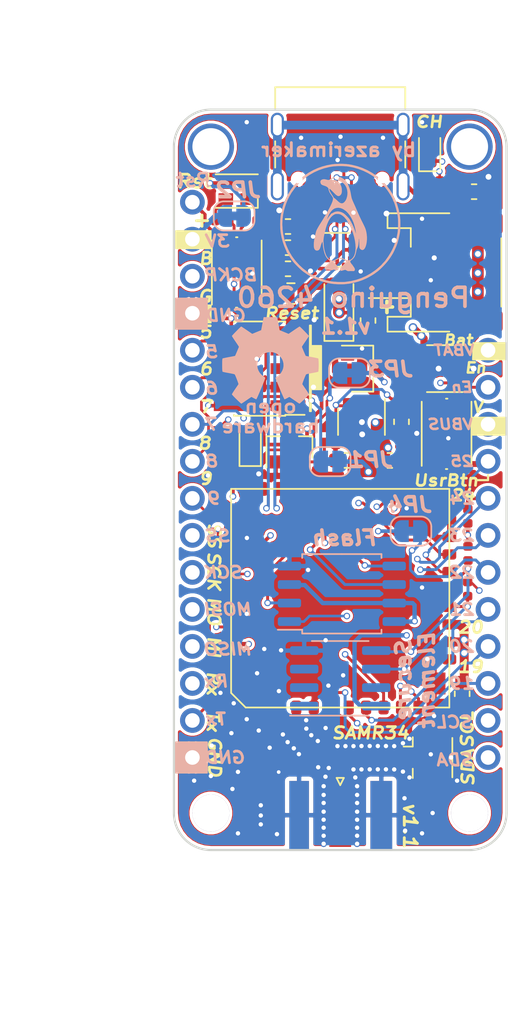
<source format=kicad_pcb>
(kicad_pcb (version 20171130) (host pcbnew "(5.1.5)-2")
  (title_block (title "Penguino Feather RAK4260") (date 2019-12-16) (rev 1.1) (company "MakerTronika Labs") (comment 1 https://makertronika.com/) (comment 2 "design by Orkhan AmirAslan (azerimaker)"))
  (layers (0 Top.HF mixed) (1 In1.GND power) (2 In2.PWR power) (31 Bottom.LF mixed) (34 B.Paste user) (35 F.Paste user) (36 B.SilkS user) (37 F.SilkS user) (38 B.Mask user) (39 F.Mask user) (44 Edge.Cuts user))
  (net 0 "")
  (net 1 GND)
  (net 2 +BATT)
  (net 3 VBUS)
  (net 4 +3V3)
  (net 5 "Net-(D4-Pad1)")
  (net 6 "Net-(D4-Pad2)")
  (net 7 USB_N)
  (net 8 USB_P)
  (net 9 PA31_SWDIO)
  (net 10 PA30_SWDCLK)
  (net 11 ~RESET)
  (net 12 LDO_EN)
  (net 13 /Vin)
  (net 14 PA08_AIN0)
  (net 15 PA19_RX3)
  (net 16 PA16_I2C_SDA)
  (net 17 PA18_TX3)
  (net 18 PA17_I2C_SCL)
  (net 19 PA14)
  (net 20 PA15)
  (net 21 "Net-(U2-Pad4)")
  (net 22 "Net-(U5-Pad4)")
  (net 23 PB03_NC_BCKP)
  (net 24 PA22_SS)
  (net 25 PB23_SCK)
  (net 26 PA23_MOSI)
  (net 27 PB02_MISO)
  (net 28 PA05_RX1)
  (net 29 PA04_TX1)
  (net 30 PA27)
  (net 31 PA06_AIN6)
  (net 32 PA07_AIN7)
  (net 33 PA09_AIN1)
  (net 34 VDD_IN)
  (net 35 "Net-(C5-Pad1)")
  (net 36 "Net-(C5-Pad2)")
  (net 37 "Net-(C9-Pad1)")
  (net 38 "Net-(C12-Pad2)")
  (net 39 "Net-(C13-Pad2)")
  (net 40 "Net-(D2-Pad1)")
  (net 41 "Net-(D2-Pad2)")
  (net 42 "Net-(D5-Pad1)")
  (net 43 "Net-(D5-Pad2)")
  (net 44 "Net-(D5-Pad3)")
  (net 45 "Net-(D5-Pad4)")
  (net 46 "Net-(J1-Pad1)")
  (net 47 "Net-(J2-Pad1)")
  (net 48 "Net-(J3-PadB8)")
  (net 49 "Net-(J3-PadA5)")
  (net 50 "Net-(J3-PadA8)")
  (net 51 "Net-(J3-PadB5)")
  (net 52 "Net-(JP3-Pad2)")
  (net 53 "Net-(R6-Pad1)")
  (net 54 "Net-(U4-Pad21)")
  (net 55 "Net-(U5-Pad3)")
  (net 56 "Net-(J5-Pad6)")
  (net 57 "Net-(J5-Pad7)")
  (net 58 "Net-(J5-Pad8)")
  (net 59 "Net-(R3-Pad2)")
  (net 60 PB22_FlashCS)
  (module Custom_Logos:Penguino-SM-5500 (layer Top.HF) (at 130.29 115.97)
    (fp_text reference G*** hide)
    (fp_text value LOGO hide)
  )
  (module Custom_Logos:Makertronika-1500 (layer Bottom.LF) (at 135.9 76.42 180)
    (fp_text reference G*** hide)
    (fp_text value LOGO hide)
  )
  (module Symbol:OSHW-Symbol_6.7x6mm_SilkScreen (layer Bottom.LF) (at 131.1 85.8 180)
    (fp_text reference REF** hide)
    (fp_text value OSHW-Symbol_6.7x6mm_SilkScreen hide)
  )
  (module Capacitor_SMD:C_0402_1005Metric (layer Top.HF) (at 127.45 94.165 270)
    (fp_text reference C13 hide)
    (fp_text value 100nF)
    (pad 1 smd roundrect (at -0.485 0 270) (size 0.59 0.64) (layers Top.HF F.Paste F.Mask) (net 1 GND))
    (pad 2 smd roundrect (at 0.485 0 270) (size 0.59 0.64) (layers Top.HF F.Paste F.Mask) (net 39 "Net-(C13-Pad2)"))
  )
  (module Diode_SMD:D_SOD-123 (layer Top.HF) (at 135.8 82.2 90)
    (fp_text reference D1 hide)
    (fp_text value MBR0520 hide)
    (pad 1 smd rect (at -1.65 0 90) (size 0.9 1.2) (layers Top.HF F.Paste F.Mask) (net 34 VDD_IN))
    (pad 2 smd rect (at 1.65 0 90) (size 0.9 1.2) (layers Top.HF F.Paste F.Mask) (net 3 VBUS))
  )
  (module Connector_Coaxial:U.FL_Hirose_U.FL-R-SMT-1_Vertical (layer Top.HF) (at 141.76 113.04)
    (fp_text reference J1 hide)
    (fp_text value U.FL-R-SMT-1 hide)
    (pad 2 smd rect (at 0.475 1.475) (size 2.2 1.05) (layers Top.HF F.Paste F.Mask) (net 1 GND))
    (pad 1 smd rect (at -1.05 0) (size 1.05 1) (layers Top.HF F.Paste F.Mask) (net 46 "Net-(J1-Pad1)"))
    (pad 2 smd rect (at 0.475 -1.475) (size 2.2 1.05) (layers Top.HF F.Paste F.Mask) (net 1 GND))
  )
  (module Connector_JST:JST_PH_S2B-PH-SM4-TB_1x02-1MP_P2.00mm_Horizontal (layer Top.HF) (at 142.45 79.75 90)
    (fp_text reference J4 hide)
    (fp_text value JST_PH hide)
    (pad 1 smd roundrect (at -1 -2.85 90) (size 1 3.5) (layers Top.HF F.Paste F.Mask) (net 2 +BATT))
    (pad 2 smd roundrect (at 1 -2.85 90) (size 1 3.5) (layers Top.HF F.Paste F.Mask) (net 1 GND))
    (pad MP smd roundrect (at -3.35 2.9 90) (size 1.5 3.4) (layers Top.HF F.Paste F.Mask) (roundrect_rratio 0.166667))
    (pad MP smd roundrect (at 3.35 2.9 90) (size 1.5 3.4) (layers Top.HF F.Paste F.Mask) (roundrect_rratio 0.166667))
  )
  (module Capacitor_SMD:C_0603_1608Metric (layer Top.HF) (at 145.09 74.21 180)
    (fp_text reference C12 hide)
    (fp_text value 10nF hide)
    (pad 1 smd roundrect (at -0.7875 0 180) (size 0.875 0.95) (layers Top.HF F.Paste F.Mask) (net 1 GND))
    (pad 2 smd roundrect (at 0.7875 0 180) (size 0.875 0.95) (layers Top.HF F.Paste F.Mask) (net 38 "Net-(C12-Pad2)"))
  )
  (module Capacitor_SMD:C_0603_1608Metric (layer Top.HF) (at 132.3 76.6 180)
    (fp_text reference C8 hide)
    (fp_text value 10nF hide)
    (pad 1 smd roundrect (at -0.7875 0 180) (size 0.875 0.95) (layers Top.HF F.Paste F.Mask) (net 13 /Vin))
    (pad 2 smd roundrect (at 0.7875 0 180) (size 0.875 0.95) (layers Top.HF F.Paste F.Mask) (net 1 GND))
  )
  (module Capacitor_SMD:C_0603_1608Metric (layer Top.HF) (at 132.3 79.5)
    (fp_text reference C9 hide)
    (fp_text value 100nF hide)
    (pad 2 smd roundrect (at 0.7875 0) (size 0.875 0.95) (layers Top.HF F.Paste F.Mask) (net 1 GND))
    (pad 1 smd roundrect (at -0.7875 0) (size 0.875 0.95) (layers Top.HF F.Paste F.Mask) (net 37 "Net-(C9-Pad1)"))
  )
  (module Capacitor_SMD:C_0603_1608Metric (layer Top.HF) (at 140.1 90 270)
    (fp_text reference C2 hide)
    (fp_text value 10uF hide)
    (pad 2 smd roundrect (at 0.7875 0 270) (size 0.875 0.95) (layers Top.HF F.Paste F.Mask) (net 1 GND))
    (pad 1 smd roundrect (at -0.7875 0 270) (size 0.875 0.95) (layers Top.HF F.Paste F.Mask) (net 34 VDD_IN))
  )
  (module Capacitor_SMD:C_0603_1608Metric (layer Top.HF) (at 144.272 108.6612 270)
    (fp_text reference C10 hide)
    (fp_text value 1uF hide)
    (pad 2 smd roundrect (at 0.7875 0 270) (size 0.875 0.95) (layers Top.HF F.Paste F.Mask) (net 1 GND))
    (pad 1 smd roundrect (at -0.7875 0 270) (size 0.875 0.95) (layers Top.HF F.Paste F.Mask) (net 4 +3V3))
  )
  (module Capacitor_SMD:C_0603_1608Metric (layer Top.HF) (at 139.3 92.65)
    (fp_text reference C3 hide)
    (fp_text value 10uF hide)
    (pad 2 smd roundrect (at 0.7875 0) (size 0.875 0.95) (layers Top.HF F.Paste F.Mask) (net 1 GND))
    (pad 1 smd roundrect (at -0.7875 0) (size 0.875 0.95) (layers Top.HF F.Paste F.Mask) (net 4 +3V3))
  )
  (module Capacitor_SMD:C_0402_1005Metric (layer Top.HF) (at 133.775 113.095 225)
    (fp_text reference C6 hide)
    (fp_text value DNM hide)
    (pad 1 smd roundrect (at -0.485 0 225) (size 0.59 0.64) (layers Top.HF F.Paste F.Mask) (net 36 "Net-(C5-Pad2)"))
    (pad 2 smd roundrect (at 0.485 0 225) (size 0.59 0.64) (layers Top.HF F.Paste F.Mask) (net 1 GND))
  )
  (module Capacitor_SMD:C_0402_1005Metric (layer Top.HF) (at 133.2 111.845 315)
    (fp_text reference C5 hide)
    (fp_text value 47pF hide)
    (pad 1 smd roundrect (at -0.485 0 315) (size 0.59 0.64) (layers Top.HF F.Paste F.Mask) (net 35 "Net-(C5-Pad1)"))
    (pad 2 smd roundrect (at 0.485 0 315) (size 0.59 0.64) (layers Top.HF F.Paste F.Mask) (net 36 "Net-(C5-Pad2)"))
  )
  (module Capacitor_SMD:C_0402_1005Metric (layer Top.HF) (at 132.375 110.675 180)
    (fp_text reference C7 hide)
    (fp_text value DNM hide)
    (pad 2 smd roundrect (at 0.485 0 180) (size 0.59 0.64) (layers Top.HF F.Paste F.Mask) (net 1 GND))
    (pad 1 smd roundrect (at -0.485 0 180) (size 0.59 0.64) (layers Top.HF F.Paste F.Mask) (net 35 "Net-(C5-Pad1)"))
  )
  (module Capacitor_SMD:C_0603_1608Metric (layer Top.HF) (at 136.35 92.65 180)
    (fp_text reference C4 hide)
    (fp_text value 100nF hide)
    (pad 1 smd roundrect (at -0.7875 0 180) (size 0.875 0.95) (layers Top.HF F.Paste F.Mask) (net 4 +3V3))
    (pad 2 smd roundrect (at 0.7875 0 180) (size 0.875 0.95) (layers Top.HF F.Paste F.Mask) (net 1 GND))
  )
  (module LED_SMD:LED_0603_1608Metric (layer Top.HF) (at 142.0368 71.3232 90)
    (fp_text reference D2 hide)
    (fp_text value CH_ORANGE hide)
    (pad 1 smd roundrect (at -0.7875 0 90) (size 0.875 0.95) (layers Top.HF F.Paste F.Mask) (net 40 "Net-(D2-Pad1)"))
    (pad 2 smd roundrect (at 0.7875 0 90) (size 0.875 0.95) (layers Top.HF F.Paste F.Mask) (net 41 "Net-(D2-Pad2)"))
  )
  (module LED_SMD:LED_Cree-PLCC4_2x2mm_CW (layer Top.HF) (at 128.778 74.168 180)
    (fp_text reference D5 hide)
    (fp_text value FM-B2020RGBA hide)
    (pad 1 smd rect (at -0.75 -0.55 180) (size 1 0.8) (layers Top.HF F.Paste F.Mask) (net 42 "Net-(D5-Pad1)"))
    (pad 2 smd rect (at 0.75 -0.55 180) (size 1 0.8) (layers Top.HF F.Paste F.Mask) (net 43 "Net-(D5-Pad2)"))
    (pad 3 smd rect (at 0.75 0.55 180) (size 1 0.8) (layers Top.HF F.Paste F.Mask) (net 44 "Net-(D5-Pad3)"))
    (pad 4 smd rect (at -0.75 0.55 180) (size 1 0.8) (layers Top.HF F.Paste F.Mask) (net 45 "Net-(D5-Pad4)"))
  )
  (module LED_SMD:LED_0603_1608Metric (layer Top.HF) (at 129.7 91.55 90)
    (fp_text reference D4 hide)
    (fp_text value PWR_BLUE hide)
    (pad 2 smd roundrect (at 0.7875 0 90) (size 0.875 0.95) (layers Top.HF F.Paste F.Mask) (net 6 "Net-(D4-Pad2)"))
    (pad 1 smd roundrect (at -0.7875 0 90) (size 0.875 0.95) (layers Top.HF F.Paste F.Mask) (net 5 "Net-(D4-Pad1)"))
  )
  (module Fuse:Fuse_0805_2012Metric (layer Top.HF) (at 132.5 81.2)
    (fp_text reference F1 hide)
    (fp_text value 1A hide)
    (pad 1 smd roundrect (at -0.9375 0) (size 0.975 1.4) (layers Top.HF F.Paste F.Mask) (net 37 "Net-(C9-Pad1)"))
    (pad 2 smd roundrect (at 0.9375 0) (size 0.975 1.4) (layers Top.HF F.Paste F.Mask) (net 3 VBUS))
  )
  (module Inductor_SMD:L_0603_1608Metric (layer Top.HF) (at 132.3 78.05 180)
    (fp_text reference FB1 hide)
    (fp_text value BLM18HE152SN1D hide)
    (pad 1 smd roundrect (at -0.7875 0 180) (size 0.875 0.95) (layers Top.HF F.Paste F.Mask) (net 13 /Vin))
    (pad 2 smd roundrect (at 0.7875 0 180) (size 0.875 0.95) (layers Top.HF F.Paste F.Mask) (net 37 "Net-(C9-Pad1)"))
  )
  (module Connector_PinHeader_1.27mm:PinHeader_2x05_P1.27mm_Vertical_SMD (layer Top.HF) (at 130.35 86.35 180)
    (fp_text reference J5 hide)
    (fp_text value Conn_ARM_JTAG_SWD_10 hide)
    (pad 1 smd rect (at -1.95 -2.54 180) (size 2.4 0.74) (layers Top.HF F.Paste F.Mask) (net 4 +3V3))
    (pad 2 smd rect (at 1.95 -2.54 180) (size 2.4 0.74) (layers Top.HF F.Paste F.Mask) (net 9 PA31_SWDIO))
    (pad 3 smd rect (at -1.95 -1.27 180) (size 2.4 0.74) (layers Top.HF F.Paste F.Mask) (net 1 GND))
    (pad 4 smd rect (at 1.95 -1.27 180) (size 2.4 0.74) (layers Top.HF F.Paste F.Mask) (net 10 PA30_SWDCLK))
    (pad 5 smd rect (at -1.95 0 180) (size 2.4 0.74) (layers Top.HF F.Paste F.Mask) (net 1 GND))
    (pad 6 smd rect (at 1.95 0 180) (size 2.4 0.74) (layers Top.HF F.Paste F.Mask) (net 56 "Net-(J5-Pad6)"))
    (pad 7 smd rect (at -1.95 1.27 180) (size 2.4 0.74) (layers Top.HF F.Paste F.Mask) (net 57 "Net-(J5-Pad7)"))
    (pad 8 smd rect (at 1.95 1.27 180) (size 2.4 0.74) (layers Top.HF F.Paste F.Mask) (net 58 "Net-(J5-Pad8)"))
    (pad 9 smd rect (at -1.95 2.54 180) (size 2.4 0.74) (layers Top.HF F.Paste F.Mask) (net 1 GND))
    (pad 10 smd rect (at 1.95 2.54 180) (size 2.4 0.74) (layers Top.HF F.Paste F.Mask) (net 11 ~RESET))
  )
  (module tinylora_v1:SMA_J_P_X_ST_EM1_EdgeMount (layer Top.HF) (at 135.89 116.84 270)
    (fp_text reference J2 hide)
    (fp_text value SMA-Edge-Mount hide)
    (pad 2 smd rect (at 0.15 2.825) (size 1.35 4.7) (layers Bottom.LF B.Paste B.Mask) (net 1 GND))
    (pad 2 smd rect (at 0.15 -2.825) (size 1.5 4.7) (layers Bottom.LF B.Paste B.Mask) (net 1 GND))
    (pad 2 smd rect (at 0.15 2.825) (size 1.35 4.7) (layers Top.HF F.Paste F.Mask) (net 1 GND))
    (pad 2 smd rect (at 0.15 -2.825) (size 1.5 4.7) (layers Top.HF F.Paste F.Mask) (net 1 GND))
    (pad 1 smd rect (at 0.127 0) (size 1.5 4.4) (layers Top.HF F.Paste F.Mask) (net 47 "Net-(J2-Pad1)"))
  )
  (module Jumper:SolderJumper-2_P1.3mm_Bridged_RoundedPad1.0x1.5mm (layer Bottom.LF) (at 128.6 75.875)
    (fp_text reference JP2 hide)
    (fp_text value RGB-Cut hide)
    (fp_poly (pts (xy 0.25 0.3) (xy -0.25 0.3) (xy -0.25 -0.3) (xy 0.25 -0.3)) (layer Bottom.LF) (width 0))
    (pad 1 smd custom (at -0.65 0) (size 1 0.5) (layers Bottom.LF B.Mask) (net 4 +3V3) (options (clearance outline) (anchor rect)) (primitives (gr_circle (center 0 -0.25) (end 0.5 -0.25) (width 0)) (gr_circle (center 0 0.25) (end 0.5 0.25) (width 0)) (gr_poly (pts (xy 0 0.75) (xy 0.5 0.75) (xy 0.5 -0.75) (xy 0 -0.75)) (width 0))))
    (pad 2 smd custom (at 0.65 0) (size 1 0.5) (layers Bottom.LF B.Mask) (net 44 "Net-(D5-Pad3)") (options (clearance outline) (anchor rect)) (primitives (gr_circle (center 0 -0.25) (end 0.5 -0.25) (width 0)) (gr_circle (center 0 0.25) (end 0.5 0.25) (width 0)) (gr_poly (pts (xy 0 0.75) (xy -0.5 0.75) (xy -0.5 -0.75) (xy 0 -0.75)) (width 0))))
  )
  (module Jumper:SolderJumper-2_P1.3mm_Bridged_RoundedPad1.0x1.5mm (layer Bottom.LF) (at 140.75 97.5 180)
    (fp_text reference JP4 hide)
    (fp_text value ADC-PIN-Cut hide)
    (fp_poly (pts (xy 0.25 0.3) (xy -0.25 0.3) (xy -0.25 -0.3) (xy 0.25 -0.3)) (layer Bottom.LF) (width 0))
    (pad 1 smd custom (at -0.65 0 180) (size 1 0.5) (layers Bottom.LF B.Mask) (net 14 PA08_AIN0) (options (clearance outline) (anchor rect)) (primitives (gr_circle (center 0 -0.25) (end 0.5 -0.25) (width 0)) (gr_circle (center 0 0.25) (end 0.5 0.25) (width 0)) (gr_poly (pts (xy 0 0.75) (xy 0.5 0.75) (xy 0.5 -0.75) (xy 0 -0.75)) (width 0))))
    (pad 2 smd custom (at 0.65 0 180) (size 1 0.5) (layers Bottom.LF B.Mask) (net 39 "Net-(C13-Pad2)") (options (clearance outline) (anchor rect)) (primitives (gr_circle (center 0 -0.25) (end 0.5 -0.25) (width 0)) (gr_circle (center 0 0.25) (end 0.5 0.25) (width 0)) (gr_poly (pts (xy 0 0.75) (xy -0.5 0.75) (xy -0.5 -0.75) (xy 0 -0.75)) (width 0))))
  )
  (module Jumper:SolderJumper-2_P1.3mm_Bridged_RoundedPad1.0x1.5mm (layer Bottom.LF) (at 135.2 92.73 180)
    (fp_text reference JP1 hide)
    (fp_text value PWRLED-Cut hide)
    (fp_poly (pts (xy 0.25 0.3) (xy -0.25 0.3) (xy -0.25 -0.3) (xy 0.25 -0.3)) (layer Bottom.LF) (width 0))
    (pad 2 smd custom (at 0.65 0 180) (size 1 0.5) (layers Bottom.LF B.Mask) (net 6 "Net-(D4-Pad2)") (options (clearance outline) (anchor rect)) (primitives (gr_circle (center 0 -0.25) (end 0.5 -0.25) (width 0)) (gr_circle (center 0 0.25) (end 0.5 0.25) (width 0)) (gr_poly (pts (xy 0 0.75) (xy -0.5 0.75) (xy -0.5 -0.75) (xy 0 -0.75)) (width 0))))
    (pad 1 smd custom (at -0.65 0 180) (size 1 0.5) (layers Bottom.LF B.Mask) (net 4 +3V3) (options (clearance outline) (anchor rect)) (primitives (gr_circle (center 0 -0.25) (end 0.5 -0.25) (width 0)) (gr_circle (center 0 0.25) (end 0.5 0.25) (width 0)) (gr_poly (pts (xy 0 0.75) (xy 0.5 0.75) (xy 0.5 -0.75) (xy 0 -0.75)) (width 0))))
  )
  (module Jumper:SolderJumper-2_P1.3mm_Bridged_RoundedPad1.0x1.5mm (layer Bottom.LF) (at 136.525 86.65 180)
    (fp_text reference JP3 hide)
    (fp_text value ADCV-Cut hide)
    (fp_poly (pts (xy 0.25 0.3) (xy -0.25 0.3) (xy -0.25 -0.3) (xy 0.25 -0.3)) (layer Bottom.LF) (width 0))
    (pad 2 smd custom (at 0.65 0 180) (size 1 0.5) (layers Bottom.LF B.Mask) (net 52 "Net-(JP3-Pad2)") (options (clearance outline) (anchor rect)) (primitives (gr_circle (center 0 -0.25) (end 0.5 -0.25) (width 0)) (gr_circle (center 0 0.25) (end 0.5 0.25) (width 0)) (gr_poly (pts (xy 0 0.75) (xy -0.5 0.75) (xy -0.5 -0.75) (xy 0 -0.75)) (width 0))))
    (pad 1 smd custom (at -0.65 0 180) (size 1 0.5) (layers Bottom.LF B.Mask) (net 2 +BATT) (options (clearance outline) (anchor rect)) (primitives (gr_circle (center 0 -0.25) (end 0.5 -0.25) (width 0)) (gr_circle (center 0 0.25) (end 0.5 0.25) (width 0)) (gr_poly (pts (xy 0 0.75) (xy 0.5 0.75) (xy 0.5 -0.75) (xy 0 -0.75)) (width 0))))
  )
  (module Resistor_SMD:R_0402_1005Metric (layer Top.HF) (at 142.2424 74.4828 180)
    (fp_text reference R12 hide)
    (fp_text value 1M hide)
    (pad 2 smd roundrect (at 0.485 0 180) (size 0.59 0.64) (layers Top.HF F.Paste F.Mask) (net 38 "Net-(C12-Pad2)"))
    (pad 1 smd roundrect (at -0.485 0 180) (size 0.59 0.64) (layers Top.HF F.Paste F.Mask) (net 1 GND))
  )
  (module Resistor_SMD:R_0402_1005Metric (layer Top.HF) (at 140 87.4 90)
    (fp_text reference R6 hide)
    (fp_text value 4K7 hide)
    (pad 1 smd roundrect (at -0.485 0 90) (size 0.59 0.64) (layers Top.HF F.Paste F.Mask) (net 53 "Net-(R6-Pad1)"))
    (pad 2 smd roundrect (at 0.485 0 90) (size 0.59 0.64) (layers Top.HF F.Paste F.Mask) (net 1 GND))
  )
  (module Resistor_SMD:R_0402_1005Metric (layer Top.HF) (at 142.2424 73.4668 180)
    (fp_text reference R4 hide)
    (fp_text value 1K5 hide)
    (pad 2 smd roundrect (at 0.485 0 180) (size 0.59 0.64) (layers Top.HF F.Paste F.Mask) (net 41 "Net-(D2-Pad2)"))
    (pad 1 smd roundrect (at -0.485 0 180) (size 0.59 0.64) (layers Top.HF F.Paste F.Mask) (net 3 VBUS))
  )
  (module Resistor_SMD:R_0402_1005Metric (layer Top.HF) (at 129.667 76.2 180)
    (fp_text reference R9 hide)
    (fp_text value 1K5 hide)
    (pad 2 smd roundrect (at 0.485 0 180) (size 0.59 0.64) (layers Top.HF F.Paste F.Mask) (net 15 PA19_RX3))
    (pad 1 smd roundrect (at -0.485 0 180) (size 0.59 0.64) (layers Top.HF F.Paste F.Mask) (net 42 "Net-(D5-Pad1)"))
  )
  (module Resistor_SMD:R_0402_1005Metric (layer Top.HF) (at 144.67 99.03 270)
    (fp_text reference R13 hide)
    (fp_text value 4K7 hide)
    (pad 1 smd roundrect (at -0.485 0 270) (size 0.59 0.64) (layers Top.HF F.Paste F.Mask) (net 4 +3V3))
    (pad 2 smd roundrect (at 0.485 0 270) (size 0.59 0.64) (layers Top.HF F.Paste F.Mask) (net 16 PA16_I2C_SDA))
  )
  (module Resistor_SMD:R_0402_1005Metric (layer Top.HF) (at 129.921 71.501 90)
    (fp_text reference R10 hide)
    (fp_text value 1K5 hide)
    (pad 1 smd roundrect (at -0.485 0 90) (size 0.59 0.64) (layers Top.HF F.Paste F.Mask) (net 45 "Net-(D5-Pad4)"))
    (pad 2 smd roundrect (at 0.485 0 90) (size 0.59 0.64) (layers Top.HF F.Paste F.Mask) (net 17 PA18_TX3))
  )
  (module Resistor_SMD:R_0402_1005Metric (layer Top.HF) (at 144.65 101.475 270)
    (fp_text reference R14 hide)
    (fp_text value 4K7 hide)
    (pad 1 smd roundrect (at -0.485 0 270) (size 0.59 0.64) (layers Top.HF F.Paste F.Mask) (net 4 +3V3))
    (pad 2 smd roundrect (at 0.485 0 270) (size 0.59 0.64) (layers Top.HF F.Paste F.Mask) (net 18 PA17_I2C_SCL))
  )
  (module Resistor_SMD:R_0402_1005Metric (layer Top.HF) (at 127.775 76.2)
    (fp_text reference R11 hide)
    (fp_text value 1K5 hide)
    (pad 2 smd roundrect (at 0.485 0) (size 0.59 0.64) (layers Top.HF F.Paste F.Mask) (net 19 PA14))
    (pad 1 smd roundrect (at -0.485 0) (size 0.59 0.64) (layers Top.HF F.Paste F.Mask) (net 43 "Net-(D5-Pad2)"))
  )
  (module Resistor_SMD:R_0402_1005Metric (layer Top.HF) (at 128.4 91.075 90)
    (fp_text reference R8 hide)
    (fp_text value 10K hide)
    (pad 2 smd roundrect (at 0.485 0 90) (size 0.59 0.64) (layers Top.HF F.Paste F.Mask) (net 11 ~RESET))
    (pad 1 smd roundrect (at -0.485 0 90) (size 0.59 0.64) (layers Top.HF F.Paste F.Mask) (net 4 +3V3))
  )
  (module Resistor_SMD:R_0402_1005Metric (layer Top.HF) (at 129 93.8)
    (fp_text reference R15 hide)
    (fp_text value 1M hide)
    (pad 2 smd roundrect (at 0.485 0) (size 0.59 0.64) (layers Top.HF F.Paste F.Mask) (net 52 "Net-(JP3-Pad2)"))
    (pad 1 smd roundrect (at -0.485 0) (size 0.59 0.64) (layers Top.HF F.Paste F.Mask) (net 39 "Net-(C13-Pad2)"))
  )
  (module Resistor_SMD:R_0402_1005Metric (layer Top.HF) (at 127.45 96.1 90)
    (fp_text reference R16 hide)
    (fp_text value 3M6 hide)
    (pad 1 smd roundrect (at -0.485 0 90) (size 0.59 0.64) (layers Top.HF F.Paste F.Mask) (net 1 GND))
    (pad 2 smd roundrect (at 0.485 0 90) (size 0.59 0.64) (layers Top.HF F.Paste F.Mask) (net 39 "Net-(C13-Pad2)"))
  )
  (module Resistor_SMD:R_0402_1005Metric (layer Top.HF) (at 127.9 92.575 180)
    (fp_text reference R7 hide)
    (fp_text value 1K5 hide)
    (pad 1 smd roundrect (at -0.485 0 180) (size 0.59 0.64) (layers Top.HF F.Paste F.Mask) (net 5 "Net-(D4-Pad1)"))
    (pad 2 smd roundrect (at 0.485 0 180) (size 0.59 0.64) (layers Top.HF F.Paste F.Mask) (net 1 GND))
  )
  (module Resistor_SMD:R_0402_1005Metric (layer Top.HF) (at 136.314784 113.04415)
    (fp_text reference R1 hide)
    (fp_text value DNM hide)
    (pad 2 smd roundrect (at 0.485 0) (size 0.59 0.64) (layers Top.HF F.Paste F.Mask) (net 46 "Net-(J1-Pad1)"))
    (pad 1 smd roundrect (at -0.485 0) (size 0.59 0.64) (layers Top.HF F.Paste F.Mask) (net 36 "Net-(C5-Pad2)"))
  )
  (module Resistor_SMD:R_0402_1005Metric (layer Top.HF) (at 135.862868 113.496066 90)
    (fp_text reference R2 hide)
    (fp_text value 0R hide)
    (pad 1 smd roundrect (at -0.485 0 90) (size 0.59 0.64) (layers Top.HF F.Paste F.Mask) (net 47 "Net-(J2-Pad1)"))
    (pad 2 smd roundrect (at 0.485 0 90) (size 0.59 0.64) (layers Top.HF F.Paste F.Mask) (net 36 "Net-(C5-Pad2)"))
  )
  (module Package_TO_SOT_SMD:SOT-23-5 (layer Top.HF) (at 142.75 86.35 180)
    (fp_text reference U1 hide)
    (fp_text value MCP73831 hide)
    (pad 1 smd rect (at -1.1 -0.95 180) (size 1.06 0.65) (layers Top.HF F.Paste F.Mask) (net 40 "Net-(D2-Pad1)"))
    (pad 2 smd rect (at -1.1 0 180) (size 1.06 0.65) (layers Top.HF F.Paste F.Mask) (net 1 GND))
    (pad 3 smd rect (at -1.1 0.95 180) (size 1.06 0.65) (layers Top.HF F.Paste F.Mask) (net 2 +BATT))
    (pad 4 smd rect (at 1.1 0.95 180) (size 1.06 0.65) (layers Top.HF F.Paste F.Mask) (net 3 VBUS))
    (pad 5 smd rect (at 1.1 -0.95 180) (size 1.06 0.65) (layers Top.HF F.Paste F.Mask) (net 53 "Net-(R6-Pad1)"))
  )
  (module Package_TO_SOT_SMD:SOT-363_SC-70-6 (layer Top.HF) (at 135.8 78.2)
    (fp_text reference U5 hide)
    (fp_text value NUP2202 hide)
    (pad 1 smd rect (at -0.95 -0.65) (size 0.65 0.4) (layers Top.HF F.Paste F.Mask) (net 7 USB_N))
    (pad 3 smd rect (at -0.95 0.65) (size 0.65 0.4) (layers Top.HF F.Paste F.Mask) (net 55 "Net-(U5-Pad3)"))
    (pad 5 smd rect (at 0.95 0) (size 0.65 0.4) (layers Top.HF F.Paste F.Mask) (net 13 /Vin))
    (pad 2 smd rect (at -0.95 0) (size 0.65 0.4) (layers Top.HF F.Paste F.Mask) (net 1 GND))
    (pad 4 smd rect (at 0.95 0.65) (size 0.65 0.4) (layers Top.HF F.Paste F.Mask) (net 22 "Net-(U5-Pad4)"))
    (pad 6 smd rect (at 0.95 -0.65) (size 0.65 0.4) (layers Top.HF F.Paste F.Mask) (net 8 USB_P))
  )
  (module Package_TO_SOT_SMD:SOT-23 (layer Top.HF) (at 132.4 91.75 90)
    (fp_text reference U3 hide)
    (fp_text value MAX809STRG hide)
    (pad 1 smd rect (at -1 -0.95 90) (size 0.9 0.8) (layers Top.HF F.Paste F.Mask) (net 1 GND))
    (pad 2 smd rect (at -1 0.95 90) (size 0.9 0.8) (layers Top.HF F.Paste F.Mask) (net 59 "Net-(R3-Pad2)"))
    (pad 3 smd rect (at 1 0 90) (size 0.9 0.8) (layers Top.HF F.Paste F.Mask) (net 34 VDD_IN))
  )
  (module Package_SO:SOIC-8_3.9x4.9mm_P1.27mm (layer Bottom.LF) (at 135.89 107.6)
    (fp_text reference U7 hide)
    (fp_text value ATECC608A-TNGLORAS hide)
    (pad 1 smd roundrect (at -2.475 1.905) (size 1.95 0.6) (layers Bottom.LF B.Paste B.Mask))
    (pad 2 smd roundrect (at -2.475 0.635) (size 1.95 0.6) (layers Bottom.LF B.Paste B.Mask))
    (pad 3 smd roundrect (at -2.475 -0.635) (size 1.95 0.6) (layers Bottom.LF B.Paste B.Mask))
    (pad 4 smd roundrect (at -2.475 -1.905) (size 1.95 0.6) (layers Bottom.LF B.Paste B.Mask) (net 1 GND))
    (pad 5 smd roundrect (at 2.475 -1.905) (size 1.95 0.6) (layers Bottom.LF B.Paste B.Mask) (net 16 PA16_I2C_SDA))
    (pad 6 smd roundrect (at 2.475 -0.635) (size 1.95 0.6) (layers Bottom.LF B.Paste B.Mask) (net 18 PA17_I2C_SCL))
    (pad 7 smd roundrect (at 2.475 0.635) (size 1.95 0.6) (layers Bottom.LF B.Paste B.Mask))
    (pad 8 smd roundrect (at 2.475 1.905) (size 1.95 0.6) (layers Bottom.LF B.Paste B.Mask) (net 4 +3V3))
  )
  (module Package_TO_SOT_SMD:SOT-23-5 (layer Top.HF) (at 137.35 90 270)
    (fp_text reference U2 hide)
    (fp_text value ME6215C33 hide)
    (pad 5 smd rect (at 1.1 -0.95 270) (size 1.06 0.65) (layers Top.HF F.Paste F.Mask) (net 4 +3V3))
    (pad 4 smd rect (at 1.1 0.95 270) (size 1.06 0.65) (layers Top.HF F.Paste F.Mask) (net 21 "Net-(U2-Pad4)"))
    (pad 3 smd rect (at -1.1 0.95 270) (size 1.06 0.65) (layers Top.HF F.Paste F.Mask) (net 12 LDO_EN))
    (pad 2 smd rect (at -1.1 0 270) (size 1.06 0.65) (layers Top.HF F.Paste F.Mask) (net 1 GND))
    (pad 1 smd rect (at -1.1 -0.95 270) (size 1.06 0.65) (layers Top.HF F.Paste F.Mask) (net 34 VDD_IN))
  )
  (module mcu_footprints:Feather-Generic (layer Top.HF) (at 124.46 68.58)
    (fp_text reference U6 hide)
    (fp_text value Feather-Generic hide)
    (pad "" thru_hole circle (at 2.54 2.54) (size 3.175 3.175) (drill 2.54) (layers *.Cu *.Mask))
    (pad "" thru_hole circle (at 20.32 2.54) (size 3.175 3.175) (drill 2.54) (layers *.Cu *.Mask))
    (pad "" thru_hole circle (at 20.32 48.26) (size 2.54 2.54) (drill 2.54) (layers *.Cu *.Mask))
    (pad "" thru_hole circle (at 2.54 48.26) (size 2.54 2.54) (drill 2.54) (layers *.Cu *.Mask))
    (pad 1 thru_hole oval (at 1.27 6.35) (size 1.7 1.7) (drill 1) (layers *.Cu *.Mask) (net 11 ~RESET))
    (pad 2 thru_hole oval (at 1.27 8.89) (size 1.7 1.7) (drill 1) (layers *.Cu *.Mask) (net 4 +3V3))
    (pad 3 thru_hole oval (at 1.27 11.43) (size 1.7 1.7) (drill 1) (layers *.Cu *.Mask) (net 23 PB03_NC_BCKP))
    (pad 4 thru_hole oval (at 1.27 13.97) (size 1.7 1.7) (drill 1) (layers *.Cu *.Mask) (net 1 GND))
    (pad 5 thru_hole oval (at 1.27 16.51) (size 1.7 1.7) (drill 1) (layers *.Cu *.Mask) (net 19 PA14))
    (pad 6 thru_hole oval (at 1.27 19.05) (size 1.7 1.7) (drill 1) (layers *.Cu *.Mask) (net 17 PA18_TX3))
    (pad 7 thru_hole oval (at 1.27 21.59) (size 1.7 1.7) (drill 1) (layers *.Cu *.Mask) (net 15 PA19_RX3))
    (pad 8 thru_hole oval (at 1.27 24.13) (size 1.7 1.7) (drill 1) (layers *.Cu *.Mask) (net 10 PA30_SWDCLK))
    (pad 9 thru_hole oval (at 1.27 26.67) (size 1.7 1.7) (drill 1) (layers *.Cu *.Mask) (net 9 PA31_SWDIO))
    (pad 10 thru_hole oval (at 1.27 29.21) (size 1.7 1.7) (drill 1) (layers *.Cu *.Mask) (net 24 PA22_SS))
    (pad 11 thru_hole oval (at 1.27 31.75) (size 1.7 1.7) (drill 1) (layers *.Cu *.Mask) (net 25 PB23_SCK))
    (pad 12 thru_hole oval (at 1.27 34.29) (size 1.7 1.7) (drill 1) (layers *.Cu *.Mask) (net 26 PA23_MOSI))
    (pad 13 thru_hole oval (at 1.27 36.83) (size 1.7 1.7) (drill 1) (layers *.Cu *.Mask) (net 27 PB02_MISO))
    (pad 14 thru_hole oval (at 1.27 39.37) (size 1.7 1.7) (drill 1) (layers *.Cu *.Mask) (net 28 PA05_RX1))
    (pad 15 thru_hole oval (at 1.27 41.91) (size 1.7 1.7) (drill 1) (layers *.Cu *.Mask) (net 29 PA04_TX1))
    (pad 16 thru_hole oval (at 1.27 44.45) (size 1.7 1.7) (drill 1) (layers *.Cu *.Mask) (net 1 GND))
    (pad 17 thru_hole oval (at 21.59 44.45) (size 1.7 1.7) (drill 1) (layers *.Cu *.Mask) (net 16 PA16_I2C_SDA))
    (pad 18 thru_hole oval (at 21.59 41.91) (size 1.7 1.7) (drill 1) (layers *.Cu *.Mask) (net 18 PA17_I2C_SCL))
    (pad 19 thru_hole oval (at 21.59 39.37) (size 1.7 1.7) (drill 1) (layers *.Cu *.Mask) (net 30 PA27))
    (pad 20 thru_hole oval (at 21.59 36.83) (size 1.7 1.7) (drill 1) (layers *.Cu *.Mask) (net 31 PA06_AIN6))
    (pad 21 thru_hole oval (at 21.59 34.29) (size 1.7 1.7) (drill 1) (layers *.Cu *.Mask) (net 32 PA07_AIN7))
    (pad 22 thru_hole oval (at 21.59 31.75) (size 1.7 1.7) (drill 1) (layers *.Cu *.Mask) (net 14 PA08_AIN0))
    (pad 23 thru_hole oval (at 21.59 29.21) (size 1.7 1.7) (drill 1) (layers *.Cu *.Mask) (net 33 PA09_AIN1))
    (pad 24 thru_hole oval (at 21.59 26.67) (size 1.7 1.7) (drill 1) (layers *.Cu *.Mask) (net 60 PB22_FlashCS))
    (pad 25 thru_hole oval (at 21.59 24.13) (size 1.7 1.7) (drill 1) (layers *.Cu *.Mask) (net 20 PA15))
    (pad 26 thru_hole oval (at 21.59 21.59) (size 1.7 1.7) (drill 1) (layers *.Cu *.Mask) (net 3 VBUS))
    (pad 27 thru_hole oval (at 21.59 19.05) (size 1.7 1.7) (drill 1) (layers *.Cu *.Mask) (net 12 LDO_EN))
    (pad 28 thru_hole oval (at 21.59 16.51) (size 1.7 1.7) (drill 1) (layers *.Cu *.Mask) (net 2 +BATT))
  )
  (module Connector_USB:USB_C_Receptacle_Palconn_UTC16-G (layer Top.HF) (at 135.89 71.882 180)
    (fp_text reference J3 hide)
    (fp_text value USB_C_Receptacle_USB2.0 hide)
    (pad S1 thru_hole oval (at -4.32 -1.93 270) (size 2 0.9) (drill oval 1.7 0.6) (layers *.Cu *.Mask) (net 38 "Net-(C12-Pad2)"))
    (pad S1 thru_hole oval (at 4.32 -1.93 270) (size 2 0.9) (drill oval 1.7 0.6) (layers *.Cu *.Mask) (net 38 "Net-(C12-Pad2)"))
    (pad S1 thru_hole oval (at -4.32 2.24 270) (size 1.7 0.9) (drill oval 1.4 0.6) (layers *.Cu *.Mask) (net 38 "Net-(C12-Pad2)"))
    (pad S1 thru_hole oval (at 4.32 2.24 270) (size 1.7 0.9) (drill oval 1.4 0.6) (layers *.Cu *.Mask) (net 38 "Net-(C12-Pad2)"))
    (pad B7 smd rect (at -0.75 -2.51) (size 0.3 1.16) (layers Top.HF F.Paste F.Mask) (net 7 USB_N))
    (pad A6 smd rect (at -0.25 -2.51) (size 0.3 1.16) (layers Top.HF F.Paste F.Mask) (net 8 USB_P))
    (pad A7 smd rect (at 0.25 -2.51) (size 0.3 1.16) (layers Top.HF F.Paste F.Mask) (net 7 USB_N))
    (pad B8 smd rect (at -1.75 -2.51) (size 0.3 1.16) (layers Top.HF F.Paste F.Mask) (net 48 "Net-(J3-PadB8)"))
    (pad A5 smd rect (at -1.25 -2.51) (size 0.3 1.16) (layers Top.HF F.Paste F.Mask) (net 49 "Net-(J3-PadA5)"))
    (pad A8 smd rect (at 1.25 -2.51) (size 0.3 1.16) (layers Top.HF F.Paste F.Mask) (net 50 "Net-(J3-PadA8)"))
    (pad B6 smd rect (at 0.75 -2.51) (size 0.3 1.16) (layers Top.HF F.Paste F.Mask) (net 8 USB_P))
    (pad B5 smd rect (at 1.75 -2.51) (size 0.3 1.16) (layers Top.HF F.Paste F.Mask) (net 51 "Net-(J3-PadB5)"))
    (pad "" np_thru_hole circle (at 2.89 -1.45) (size 0.6 0.6) (drill 0.6) (layers *.Cu *.Mask))
    (pad "" np_thru_hole circle (at -2.89 -1.45) (size 0.6 0.6) (drill 0.6) (layers *.Cu *.Mask))
    (pad A4 smd rect (at -2.4 -2.51 180) (size 0.6 1.16) (layers Top.HF F.Paste F.Mask) (net 13 /Vin))
    (pad B9 smd rect (at -2.4 -2.51 180) (size 0.6 1.16) (layers Top.HF F.Paste F.Mask) (net 13 /Vin))
    (pad A1 smd rect (at -3.2 -2.51 180) (size 0.6 1.16) (layers Top.HF F.Paste F.Mask) (net 1 GND))
    (pad B12 smd rect (at -3.2 -2.51 180) (size 0.6 1.16) (layers Top.HF F.Paste F.Mask) (net 1 GND))
    (pad B4 smd rect (at 2.4 -2.51 180) (size 0.6 1.16) (layers Top.HF F.Paste F.Mask) (net 13 /Vin))
    (pad B1 smd rect (at 3.2 -2.51 180) (size 0.6 1.16) (layers Top.HF F.Paste F.Mask) (net 1 GND))
    (pad A9 smd rect (at 2.4 -2.51 180) (size 0.6 1.16) (layers Top.HF F.Paste F.Mask) (net 13 /Vin))
    (pad A12 smd rect (at 3.2 -2.51 180) (size 0.6 1.16) (layers Top.HF F.Paste F.Mask) (net 1 GND))
  )
  (module switch-footprints:SW_Push_SKRPACE010 (layer Top.HF) (at 128.778 79.756 270)
    (fp_text reference SW2 hide)
    (fp_text value RESET hide)
    (pad 2 smd rect (at 2.075 1.07 90) (size 1.05 0.66) (layers Top.HF F.Paste F.Mask) (net 11 ~RESET))
    (pad 1 smd rect (at 2.075 -1.07 90) (size 1.05 0.66) (layers Top.HF F.Paste F.Mask) (net 1 GND))
    (pad 2 smd rect (at -2.075 1.07 90) (size 1.05 0.66) (layers Top.HF F.Paste F.Mask) (net 11 ~RESET))
    (pad 1 smd rect (at -2.075 -1.07 90) (size 1.05 0.66) (layers Top.HF F.Paste F.Mask) (net 1 GND))
  )
  (module Capacitor_SMD:C_0402_1005Metric (layer Top.HF) (at 127.4 91.075 270)
    (fp_text reference C11 hide)
    (fp_text value 100nF)
    (pad 1 smd roundrect (at -0.485 0 270) (size 0.59 0.64) (layers Top.HF F.Paste F.Mask) (net 11 ~RESET))
    (pad 2 smd roundrect (at 0.485 0 270) (size 0.59 0.64) (layers Top.HF F.Paste F.Mask) (net 1 GND))
  )
  (module Capacitor_SMD:C_0603_1608Metric (layer Top.HF) (at 137.8 83.05 270)
    (fp_text reference C1 hide)
    (fp_text value 10uF)
    (pad 1 smd roundrect (at -0.7875 0 270) (size 0.875 0.95) (layers Top.HF F.Paste F.Mask) (net 2 +BATT))
    (pad 2 smd roundrect (at 0.7875 0 270) (size 0.875 0.95) (layers Top.HF F.Paste F.Mask) (net 1 GND))
  )
  (module Package_TO_SOT_SMD:SOT-23 (layer Top.HF) (at 137.4 86.35)
    (fp_text reference Q1 hide)
    (fp_text value SI2323DS)
    (pad 1 smd rect (at -1 -0.95) (size 0.9 0.8) (layers Top.HF F.Paste F.Mask) (net 3 VBUS))
    (pad 2 smd rect (at -1 0.95) (size 0.9 0.8) (layers Top.HF F.Paste F.Mask) (net 34 VDD_IN))
    (pad 3 smd rect (at 1 0) (size 0.9 0.8) (layers Top.HF F.Paste F.Mask) (net 2 +BATT))
  )
  (module Resistor_SMD:R_0402_1005Metric (layer Top.HF) (at 134.8 90.9 270)
    (fp_text reference R3 hide)
    (fp_text value 100K)
    (pad 2 smd roundrect (at 0.485 0 270) (size 0.59 0.64) (layers Top.HF F.Paste F.Mask) (net 59 "Net-(R3-Pad2)"))
    (pad 1 smd roundrect (at -0.485 0 270) (size 0.59 0.64) (layers Top.HF F.Paste F.Mask) (net 12 LDO_EN))
  )
  (module Resistor_SMD:R_0402_1005Metric (layer Top.HF) (at 140 85.5 270)
    (fp_text reference R5 hide)
    (fp_text value 100K)
    (pad 1 smd roundrect (at -0.485 0 270) (size 0.59 0.64) (layers Top.HF F.Paste F.Mask) (net 3 VBUS))
    (pad 2 smd roundrect (at 0.485 0 270) (size 0.59 0.64) (layers Top.HF F.Paste F.Mask) (net 1 GND))
  )
  (module rak4260:RAK4260-footprint_w_solder_paste (layer Top.HF) (at 135.89 102.101 90)
    (fp_text reference U4 hide)
    (fp_text value RAK4260 hide)
    (pad 37 smd rect (at -6.61 -5.71 90) (size 1.5 1.5) (layers Top.HF F.Paste F.Mask) (net 1 GND))
    (pad 37 smd rect (at 5.83 -6.47 90) (size 1.5 1.5) (layers Top.HF F.Paste F.Mask) (net 1 GND))
    (pad 37 smd rect (at 6.6 5.85 90) (size 1.5 1.5) (layers Top.HF F.Paste F.Mask) (net 1 GND))
    (pad 37 smd rect (at -5.85 6.48 90) (size 1.5 1.5) (layers Top.HF F.Paste F.Mask) (net 1 GND))
    (pad 1 smd roundrect (at -7.5 -4.22 90) (size 0.95 0.7) (layers Top.HF F.Paste F.Mask) (net 1 GND))
    (pad 2 smd roundrect (at -7.5 -3.02 90) (size 0.95 0.7) (layers Top.HF F.Paste F.Mask) (net 35 "Net-(C5-Pad1)"))
    (pad 3 smd roundrect (at -7.5 -1.82 90) (size 0.95 0.7) (layers Top.HF F.Paste F.Mask) (net 1 GND))
    (pad 4 smd roundrect (at -7.5 -0.62 90) (size 0.95 0.7) (layers Top.HF F.Paste F.Mask) (net 30 PA27))
    (pad 5 smd roundrect (at -7.5 0.58 90) (size 0.95 0.7) (layers Top.HF F.Paste F.Mask) (net 31 PA06_AIN6))
    (pad 6 smd roundrect (at -7.5 1.78 90) (size 0.95 0.7) (layers Top.HF F.Paste F.Mask) (net 32 PA07_AIN7))
    (pad 7 smd roundrect (at -7.5 2.98 90) (size 0.95 0.7) (layers Top.HF F.Paste F.Mask) (net 14 PA08_AIN0))
    (pad 8 smd roundrect (at -7.5 4.18 90) (size 0.95 0.7) (layers Top.HF F.Paste F.Mask) (net 33 PA09_AIN1))
    (pad 9 smd roundrect (at -7.5 5.38 90) (size 0.95 0.7) (layers Top.HF F.Paste F.Mask) (net 60 PB22_FlashCS))
    (pad 10 smd roundrect (at -4.2 7.5 180) (size 0.95 0.7) (layers Top.HF F.Paste F.Mask) (net 1 GND))
    (pad 11 smd roundrect (at -3 7.5 180) (size 0.95 0.7) (layers Top.HF F.Paste F.Mask) (net 4 +3V3))
    (pad 12 smd roundrect (at -1.8 7.5 180) (size 0.95 0.7) (layers Top.HF F.Paste F.Mask) (net 4 +3V3))
    (pad 13 smd roundrect (at -0.6 7.5 180) (size 0.95 0.7) (layers Top.HF F.Paste F.Mask) (net 18 PA17_I2C_SCL))
    (pad 14 smd roundrect (at 0.6 7.5 180) (size 0.95 0.7) (layers Top.HF F.Paste F.Mask) (net 16 PA16_I2C_SDA))
    (pad 15 smd roundrect (at 1.8 7.5 180) (size 0.95 0.7) (layers Top.HF F.Paste F.Mask) (net 20 PA15))
    (pad 16 smd roundrect (at 3 7.5 180) (size 0.95 0.7) (layers Top.HF F.Paste F.Mask) (net 19 PA14))
    (pad 17 smd roundrect (at 4.2 7.5 180) (size 0.95 0.7) (layers Top.HF F.Paste F.Mask) (net 1 GND))
    (pad 18 smd roundrect (at 5.4 7.5 180) (size 0.95 0.7) (layers Top.HF F.Paste F.Mask) (net 1 GND))
    (pad 27 smd roundrect (at 7.5 -5.35 270) (size 0.95 0.7) (layers Top.HF F.Paste F.Mask) (net 7 USB_N))
    (pad 26 smd roundrect (at 7.5 -4.15 270) (size 0.95 0.7) (layers Top.HF F.Paste F.Mask) (net 8 USB_P))
    (pad 25 smd roundrect (at 7.5 -2.95 270) (size 0.95 0.7) (layers Top.HF F.Paste F.Mask) (net 27 PB02_MISO))
    (pad 24 smd roundrect (at 7.5 -1.75 270) (size 0.95 0.7) (layers Top.HF F.Paste F.Mask) (net 25 PB23_SCK))
    (pad 23 smd roundrect (at 7.5 -0.55 270) (size 0.95 0.7) (layers Top.HF F.Paste F.Mask) (net 24 PA22_SS))
    (pad 22 smd roundrect (at 7.5 0.65 270) (size 0.95 0.7) (layers Top.HF F.Paste F.Mask) (net 26 PA23_MOSI))
    (pad 21 smd roundrect (at 7.5 1.85 270) (size 0.95 0.7) (layers Top.HF F.Paste F.Mask) (net 54 "Net-(U4-Pad21)"))
    (pad 20 smd roundrect (at 7.5 3.05 270) (size 0.95 0.7) (layers Top.HF F.Paste F.Mask) (net 15 PA19_RX3))
    (pad 19 smd roundrect (at 7.5 4.25 270) (size 0.95 0.7) (layers Top.HF F.Paste F.Mask) (net 17 PA18_TX3))
    (pad 36 smd roundrect (at -5.54 -7.5 180) (size 0.95 0.7) (layers Top.HF F.Paste F.Mask) (net 1 GND))
    (pad 35 smd roundrect (at -4.34 -7.5 180) (size 0.95 0.7) (layers Top.HF F.Paste F.Mask) (net 1 GND))
    (pad 34 smd roundrect (at -3.14 -7.5 180) (size 0.95 0.7) (layers Top.HF F.Paste F.Mask) (net 23 PB03_NC_BCKP))
    (pad 33 smd roundrect (at -1.94 -7.5 180) (size 0.95 0.7) (layers Top.HF F.Paste F.Mask) (net 28 PA05_RX1))
    (pad 32 smd roundrect (at -0.74 -7.5 180) (size 0.95 0.7) (layers Top.HF F.Paste F.Mask) (net 29 PA04_TX1))
    (pad 31 smd roundrect (at 0.46 -7.5 180) (size 0.95 0.7) (layers Top.HF F.Paste F.Mask) (net 9 PA31_SWDIO))
    (pad 30 smd roundrect (at 1.66 -7.5 180) (size 0.95 0.7) (layers Top.HF F.Paste F.Mask) (net 10 PA30_SWDCLK))
    (pad 29 smd roundrect (at 2.86 -7.5 180) (size 0.95 0.7) (layers Top.HF F.Paste F.Mask) (net 11 ~RESET))
    (pad 28 smd roundrect (at 4.06 -7.5 180) (size 0.95 0.7) (layers Top.HF F.Paste F.Mask) (net 1 GND))
  )
  (module switch-footprints:SW_Push_SKRPACE010 (layer Top.HF) (at 143.2 90.82 90)
    (fp_text reference SW1 hide)
    (fp_text value USR_BTN)
    (pad 2 smd rect (at 2.075 1.07 270) (size 1.05 0.66) (layers Top.HF F.Paste F.Mask) (net 20 PA15))
    (pad 1 smd rect (at 2.075 -1.07 270) (size 1.05 0.66) (layers Top.HF F.Paste F.Mask) (net 1 GND))
    (pad 2 smd rect (at -2.075 1.07 270) (size 1.05 0.66) (layers Top.HF F.Paste F.Mask) (net 20 PA15))
    (pad 1 smd rect (at -2.075 -1.07 270) (size 1.05 0.66) (layers Top.HF F.Paste F.Mask) (net 1 GND))
  )
  (module Resistor_SMD:R_0402_1005Metric (layer Top.HF) (at 144.66 96.48 270)
    (fp_text reference R17 hide)
    (fp_text value 10K)
    (pad 1 smd roundrect (at -0.485 0 270) (size 0.59 0.64) (layers Top.HF F.Paste F.Mask) (net 60 PB22_FlashCS))
    (pad 2 smd roundrect (at 0.485 0 270) (size 0.59 0.64) (layers Top.HF F.Paste F.Mask) (net 4 +3V3))
  )
  (module Package_SO:SOIC-8_5.23x5.23mm_P1.27mm (layer Bottom.LF) (at 136 101.8)
    (fp_text reference U8 hide)
    (fp_text value W25Q16JVSS)
    (pad 1 smd roundrect (at -3.6 1.905) (size 1.6 0.6) (layers Bottom.LF B.Paste B.Mask) (net 60 PB22_FlashCS))
    (pad 2 smd roundrect (at -3.6 0.635) (size 1.6 0.6) (layers Bottom.LF B.Paste B.Mask) (net 27 PB02_MISO))
    (pad 3 smd roundrect (at -3.6 -0.635) (size 1.6 0.6) (layers Bottom.LF B.Paste B.Mask) (net 4 +3V3))
    (pad 4 smd roundrect (at -3.6 -1.905) (size 1.6 0.6) (layers Bottom.LF B.Paste B.Mask) (net 1 GND))
    (pad 5 smd roundrect (at 3.6 -1.905) (size 1.6 0.6) (layers Bottom.LF B.Paste B.Mask) (net 26 PA23_MOSI))
    (pad 6 smd roundrect (at 3.6 -0.635) (size 1.6 0.6) (layers Bottom.LF B.Paste B.Mask) (net 25 PB23_SCK))
    (pad 7 smd roundrect (at 3.6 0.635) (size 1.6 0.6) (layers Bottom.LF B.Paste B.Mask) (net 4 +3V3))
    (pad 8 smd roundrect (at 3.6 1.905) (size 1.6 0.6) (layers Bottom.LF B.Paste B.Mask) (net 4 +3V3))
  )
  (module Inductor_SMD:L_0402_1005Metric (layer Top.HF) (at 134.99 112.55 90)
    (fp_text reference D3 hide)
    (fp_text value PGB1010402)
    (pad 1 smd roundrect (at -0.485 0 90) (size 0.59 0.64) (layers Top.HF F.Paste F.Mask) (net 36 "Net-(C5-Pad2)"))
    (pad 2 smd roundrect (at 0.485 0 90) (size 0.59 0.64) (layers Top.HF F.Paste F.Mask) (net 1 GND))
  )
  (gr_poly (pts (xy 124.59 81.53) (xy 126.736 81.53) (xy 126.736 83.63) (xy 124.59 83.63)) (layer B.SilkS) (width 0.1))
  (gr_poly (pts (xy 124.59 111.98) (xy 126.736 111.98) (xy 126.736 114.08) (xy 124.59 114.08)) (layer B.SilkS) (width 0.1))
  (gr_poly (pts (xy 133.89 89.28) (xy 133.79 89.28) (xy 133.79 83.38) (xy 133.89 83.38)) (layer F.SilkS) (width 0.1))
  (gr_poly (pts (xy 134.59 87.78) (xy 133.79 87.78) (xy 133.79 84.78) (xy 134.59 84.78)) (layer F.SilkS) (width 0.1))
  (gr_text "by azerimaker" (at 141.23 71.34) (layer B.SilkS) (effects (font (size 0.9 1) (thickness 0.2)) (justify left mirror)))
  (gr_text SAMR34 (at 137.98 111.35) (layer F.SilkS) (effects (font (size 0.8 0.9) (thickness 0.1875) italic)))
  (gr_text v1.1 (at 140.7 117.73 270) (layer F.SilkS) (effects (font (size 0.9 1) (thickness 0.2) italic)))
  (gr_text v1.1 (at 138.18 83.46) (layer B.SilkS) (effects (font (size 1 1.1) (thickness 0.25) italic) (justify left mirror)))
  (gr_text "open\nhardware" (at 131.1 89.64) (layer B.SilkS) (effects (font (size 0.85 1) (thickness 0.1875)) (justify mirror)))
  (gr_text 3V (at 127.5 77.6) (layer B.SilkS) (effects (font (size 0.8 0.9) (thickness 0.1875) italic) (justify mirror)))
  (gr_text VBAT (at 143.764 85.09) (layer B.SilkS) (effects (font (size 0.7 0.8) (thickness 0.175) italic) (justify mirror)))
  (gr_text Rst (at 125.85 73.42) (layer B.SilkS) (effects (font (size 0.9 1) (thickness 0.1875) italic) (justify mirror)))
  (gr_text BCKP (at 128.41 79.92) (layer B.SilkS) (effects (font (size 0.8 0.9) (thickness 0.1875) italic) (justify mirror)))
  (gr_text GND (at 128.07 82.7) (layer B.SilkS) (effects (font (size 0.8 0.9) (thickness 0.1875) italic) (justify mirror)))
  (gr_text 5 (at 127.1 85.2) (layer B.SilkS) (effects (font (size 0.8 0.9) (thickness 0.1875) italic) (justify mirror)))
  (gr_text 6 (at 127.1 87.7) (layer B.SilkS) (effects (font (size 0.8 0.9) (thickness 0.1875) italic) (justify mirror)))
  (gr_text 7 (at 127.1 90.17) (layer B.SilkS) (effects (font (size 0.8 0.9) (thickness 0.1875) italic) (justify mirror)))
  (gr_text 8 (at 127.1 92.7) (layer B.SilkS) (effects (font (size 0.8 0.9) (thickness 0.1875) italic) (justify mirror)))
  (gr_text 9 (at 127.254 95.25) (layer B.SilkS) (effects (font (size 0.8 0.9) (thickness 0.1875) italic) (justify mirror)))
  (gr_text SS (at 127.508 97.825) (layer B.SilkS) (effects (font (size 0.8 0.9) (thickness 0.1875) italic) (justify mirror)))
  (gr_text SCK (at 127.9 100.33) (layer B.SilkS) (effects (font (size 0.8 0.9) (thickness 0.1875) italic) (justify mirror)))
  (gr_text MOSI (at 128.2 102.87) (layer B.SilkS) (effects (font (size 0.8 0.9) (thickness 0.1875) italic) (justify mirror)))
  (gr_text MISO (at 128.2 105.6) (layer B.SilkS) (effects (font (size 0.8 0.9) (thickness 0.1875) italic) (justify mirror)))
  (gr_text Rx (at 127.4 107.8) (layer B.SilkS) (effects (font (size 0.8 0.9) (thickness 0.1875) italic) (justify mirror)))
  (gr_text Tx (at 127.4 110.4) (layer B.SilkS) (effects (font (size 0.8 0.9) (thickness 0.1875) italic) (justify mirror)))
  (gr_text GND (at 128.016 113.03) (layer B.SilkS) (effects (font (size 0.8 0.9) (thickness 0.1875) italic) (justify mirror)))
  (gr_text SDA (at 143.8 113.2) (layer B.SilkS) (effects (font (size 0.8 0.9) (thickness 0.1875) italic) (justify mirror)))
  (gr_text SCL (at 143.8 110.6) (layer B.SilkS) (effects (font (size 0.8 0.9) (thickness 0.1875) italic) (justify mirror)))
  (gr_text 19 (at 144.272 107.95) (layer B.SilkS) (effects (font (size 0.8 0.9) (thickness 0.1875) italic) (justify mirror)))
  (gr_text 20 (at 144.272 105.41) (layer B.SilkS) (effects (font (size 0.8 0.9) (thickness 0.1875) italic) (justify mirror)))
  (gr_text 21 (at 144.272 102.87) (layer B.SilkS) (effects (font (size 0.8 0.9) (thickness 0.1875) italic) (justify mirror)))
  (gr_text 22 (at 144.272 100.33) (layer B.SilkS) (effects (font (size 0.8 0.9) (thickness 0.1875) italic) (justify mirror)))
  (gr_text 23 (at 144.272 97.79) (layer B.SilkS) (effects (font (size 0.8 0.9) (thickness 0.1875) italic) (justify mirror)))
  (gr_text 24 (at 144.272 95.25) (layer B.SilkS) (effects (font (size 0.8 0.9) (thickness 0.1875) italic) (justify mirror)))
  (gr_text 25 (at 144.272 92.71) (layer B.SilkS) (effects (font (size 0.7 0.8) (thickness 0.175) italic) (justify mirror)))
  (gr_text VBUS (at 143.51 90.17) (layer B.SilkS) (effects (font (size 0.7 0.8) (thickness 0.175) italic) (justify mirror)))
  (gr_text En (at 144.272 87.63) (layer B.SilkS) (effects (font (size 0.7 0.8) (thickness 0.175) italic) (justify mirror)))
  (gr_poly (pts (xy 124.594 114.08) (xy 126.74 114.08) (xy 126.74 111.98) (xy 124.594 111.98)) (layer F.SilkS) (width 0.1))
  (gr_line (start 146.05 94) (end 146.05 93.65) (layer F.SilkS) (width 0.15))
  (gr_line (start 145.35 94) (end 146.05 94) (layer F.SilkS) (width 0.15))
  (gr_text V (at 145.35 89) (layer F.SilkS) (effects (font (size 0.7 0.8) (thickness 0.175) italic)))
  (gr_text En (at 145.2 86.3) (layer F.SilkS) (effects (font (size 0.7 0.8) (thickness 0.175) italic)))
  (gr_text Bat (at 144 84.4) (layer F.SilkS) (effects (font (size 0.7 0.8) (thickness 0.175) italic)))
  (gr_text 24 (at 144.34 95.04) (layer F.SilkS) (effects (font (size 0.75 0.85) (thickness 0.1875) italic)))
  (gr_text 20 (at 144.86 104.1) (layer F.SilkS) (effects (font (size 0.8 0.9) (thickness 0.1875) italic)))
  (gr_text 19 (at 144.85 106.8) (layer F.SilkS) (effects (font (size 0.8 0.9) (thickness 0.1875) italic)))
  (gr_poly (pts (xy 145 85.728) (xy 147.2 85.728) (xy 147.2 84.582) (xy 145.034 84.582)) (layer F.SilkS) (width 0.1))
  (gr_poly (pts (xy 145 90.9) (xy 147.2 90.9) (xy 147.2 89.7) (xy 145 89.7)) (layer F.SilkS) (width 0.1))
  (gr_poly (pts (xy 124.6 78.1) (xy 127 78.1) (xy 127 76.9) (xy 124.6 76.9)) (layer F.SilkS) (width 0.1))
  (gr_text G (at 126.6 81.4) (layer F.SilkS) (effects (font (size 0.8 0.9) (thickness 0.1875) italic)))
  (gr_poly (pts (xy 124.6 83.2) (xy 127 83.2) (xy 127 82) (xy 124.6 82)) (layer F.SilkS) (width 0.1))
  (gr_text + (at 126.39 76.13) (layer F.SilkS) (effects (font (size 1 1) (thickness 0.2))))
  (gr_text 8 (at 126.575 91.475) (layer F.SilkS) (effects (font (size 0.8 0.9) (thickness 0.1875) italic)))
  (gr_text 7 (at 126.65 88.975) (layer F.SilkS) (effects (font (size 0.8 0.9) (thickness 0.1875) italic)))
  (gr_text 9 (at 126.65 93.9) (layer F.SilkS) (effects (font (size 0.8 0.9) (thickness 0.1875) italic)))
  (gr_text 6 (at 126.675 86.375) (layer F.SilkS) (effects (font (size 0.8 0.9) (thickness 0.1875) italic)))
  (gr_text 5 (at 126.65 83.85) (layer F.SilkS) (effects (font (size 0.8 0.9) (thickness 0.1875) italic)))
  (gr_text SS (at 127.225 97.825 270) (layer F.SilkS) (effects (font (size 0.8 0.9) (thickness 0.1875) italic)))
  (gr_text SCK (at 127.2 100.275 270) (layer F.SilkS) (effects (font (size 0.8 0.9) (thickness 0.1875) italic)))
  (gr_text MO (at 127.2 103.025 270) (layer F.SilkS) (effects (font (size 0.8 0.9) (thickness 0.1875) italic)))
  (gr_text MI (at 127.2 105.45 270) (layer F.SilkS) (effects (font (size 0.8 0.9) (thickness 0.1875) italic)))
  (gr_text SCL (at 144.625 111.1 90) (layer F.SilkS) (effects (font (size 0.8 0.9) (thickness 0.1875) italic)))
  (gr_text SDA (at 144.675 113.7 90) (layer F.SilkS) (effects (font (size 0.8 0.9) (thickness 0.1875) italic)))
  (gr_text GND (at 127.26 113.01 270) (layer F.SilkS) (effects (font (size 0.8 0.9) (thickness 0.1875) italic)))
  (gr_text Tx (at 127.15 110.55 270) (layer F.SilkS) (effects (font (size 0.8 0.9) (thickness 0.1875) italic)))
  (gr_text Rx (at 127.15 107.95 270) (layer F.SilkS) (effects (font (size 0.8 0.9) (thickness 0.1875) italic)))
  (gr_text B (at 126.65 78.8) (layer F.SilkS) (effects (font (size 0.8 0.9) (thickness 0.1875) italic)))
  (gr_text Rst (at 125.85 73.5) (layer F.SilkS) (effects (font (size 0.9 1) (thickness 0.1875) italic)))
  (gr_text CH (at 142 69.425) (layer F.SilkS) (effects (font (size 0.75 0.9) (thickness 0.1875) italic)))
  (gr_text + (at 139.1 82.05) (layer F.SilkS) (effects (font (size 1 1) (thickness 0.25))))
  (gr_text UsrBtn (at 143.175 94.025) (layer F.SilkS) (effects (font (size 0.75 0.9) (thickness 0.1875) italic)))
  (gr_text Reset (at 132.55 82.55) (layer F.SilkS) (effects (font (size 0.75 0.9) (thickness 0.1875) italic)))
  (gr_text "Secure\nElement" (at 141.04 107.66 90) (layer B.SilkS) (effects (font (size 1 1.1) (thickness 0.25) italic) (justify mirror)))
  (gr_text Flash (at 136.21 97.97) (layer B.SilkS) (effects (font (size 1 1.1) (thickness 0.25) italic) (justify mirror)))
  (gr_text JP3 (at 139.39 86.39) (layer B.SilkS) (effects (font (size 1 1.1) (thickness 0.25) italic) (justify mirror)))
  (gr_text JP4 (at 140.69 95.69) (layer B.SilkS) (effects (font (size 1 1.1) (thickness 0.25) italic) (justify mirror)))
  (gr_text JP2 (at 128.91 74.1) (layer B.SilkS) (effects (font (size 1 1.1) (thickness 0.25) italic) (justify mirror)))
  (gr_text JP1 (at 137.99 92.61) (layer B.SilkS) (effects (font (size 1 1.1) (thickness 0.25) italic) (justify mirror)))
  (gr_text "Penguino 4260" (at 144.96 81.48) (layer B.SilkS) (effects (font (size 1.3 1.4) (thickness 0.25)) (justify left mirror)))
  (gr_arc (start 127 116.84) (end 124.46 116.84) (angle -90) (layer Edge.Cuts) (width 0.15))
  (gr_arc (start 144.78 116.84) (end 144.78 119.38) (angle -90) (layer Edge.Cuts) (width 0.15))
  (gr_arc (start 144.78 71.12) (end 147.32 71.12) (angle -90) (layer Edge.Cuts) (width 0.15))
  (gr_arc (start 127 71.12) (end 127 68.58) (angle -90) (layer Edge.Cuts) (width 0.15))
  (gr_line (start 124.46 116.84) (end 124.46 71.12) (layer Edge.Cuts) (width 0.15))
  (gr_line (start 144.78 119.38) (end 127 119.38) (layer Edge.Cuts) (width 0.15))
  (gr_line (start 147.32 71.12) (end 147.32 116.84) (layer Edge.Cuts) (width 0.15))
  (gr_line (start 127 68.58) (end 144.78 68.58) (layer Edge.Cuts) (width 0.15))
  (segment (start 145.35 76.4) (end 145.35 78.48) (width 0.6) (layer Top.HF) (net 0))
  (segment (start 145.35 76.4) (end 145.35 83.1) (width 0.8) (layer Top.HF) (net 0))
  (via (at 145.35 81.08) (size 0.6) (drill 0.4) (layers Top.HF Bottom.LF) (net 0))
  (via (at 145.35 78.48) (size 0.6) (drill 0.4) (layers Top.HF Bottom.LF) (net 0))
  (via (at 145.350007 79.790007) (size 0.6) (drill 0.4) (layers Top.HF Bottom.LF) (net 0))
  (segment (start 145.35 81.08) (end 145.35 79.790014) (width 0.6) (layer Top.HF) (net 0))
  (segment (start 145.35 79.790014) (end 145.350007 79.790007) (width 0.6) (layer Top.HF) (net 0))
  (segment (start 145.35 78.48) (end 145.35 79.79) (width 0.6) (layer Top.HF) (net 0))
  (segment (start 145.35 79.79) (end 145.350007 79.790007) (width 0.6) (layer Top.HF) (net 0))
  (via (at 137.915802 113.84415) (size 0.45) (drill 0.3) (layers Top.HF Bottom.LF) (net 1))
  (via (at 138.473812 113.84415) (size 0.45) (drill 0.3) (layers Top.HF Bottom.LF) (net 1))
  (via (at 139.031821 113.84415) (size 0.45) (drill 0.3) (layers Top.HF Bottom.LF) (net 1))
  (via (at 139.031821 112.24415) (size 0.45) (drill 0.3) (layers Top.HF Bottom.LF) (net 1))
  (via (at 138.473812 112.24415) (size 0.45) (drill 0.3) (layers Top.HF Bottom.LF) (net 1))
  (via (at 137.915802 112.24415) (size 0.45) (drill 0.3) (layers Top.HF Bottom.LF) (net 1))
  (via (at 131.7 75.49) (size 0.6) (drill 0.4) (layers Top.HF Bottom.LF) (net 1))
  (segment (start 132.69 74.392) (end 132.69 75.17) (width 0.4) (layer Top.HF) (net 1))
  (segment (start 132.37 75.49) (end 131.7 75.49) (width 0.4) (layer Top.HF) (net 1))
  (segment (start 132.69 75.17) (end 132.37 75.49) (width 0.4) (layer Top.HF) (net 1))
  (segment (start 131.5125 75.6775) (end 131.7 75.49) (width 0.4) (layer Top.HF) (net 1))
  (segment (start 131.5125 76.6) (end 131.5125 75.6775) (width 0.4) (layer Top.HF) (net 1))
  (via (at 139.07 75.71) (size 0.6) (drill 0.4) (layers Top.HF Bottom.LF) (net 1))
  (segment (start 139.09 74.392) (end 139.09 75.69) (width 0.4) (layer Top.HF) (net 1))
  (segment (start 139.09 75.69) (end 139.07 75.71) (width 0.4) (layer Top.HF) (net 1))
  (via (at 146.08 73.19) (size 0.6) (drill 0.4) (layers Top.HF Bottom.LF) (net 1))
  (segment (start 145.8775 74.21) (end 145.8775 73.3925) (width 0.3) (layer Top.HF) (net 1))
  (segment (start 145.8775 73.3925) (end 146.08 73.19) (width 0.3) (layer Top.HF) (net 1))
  (via (at 142.65 86.35) (size 0.6) (drill 0.4) (layers Top.HF Bottom.LF) (net 1))
  (segment (start 143.85 86.35) (end 142.65 86.35) (width 0.6) (layer Top.HF) (net 1))
  (via (at 145.06 86.35) (size 0.6) (drill 0.4) (layers Top.HF Bottom.LF) (net 1))
  (segment (start 143.85 86.35) (end 145.06 86.35) (width 0.6) (layer Top.HF) (net 1))
  (segment (start 140 86.915) (end 140 85.985) (width 0.35) (layer Top.HF) (net 1))
  (segment (start 141.13 86.35) (end 142.65 86.35) (width 0.3) (layer Top.HF) (net 1))
  (segment (start 140 85.985) (end 140.765 85.985) (width 0.3) (layer Top.HF) (net 1))
  (segment (start 140.765 85.985) (end 141.13 86.35) (width 0.3) (layer Top.HF) (net 1))
  (via (at 137.38 90.02) (size 0.6) (drill 0.4) (layers Top.HF Bottom.LF) (net 1))
  (segment (start 137.35 88.9) (end 137.35 89.99) (width 0.6) (layer Top.HF) (net 1))
  (segment (start 137.35 89.99) (end 137.38 90.02) (width 0.6) (layer Top.HF) (net 1))
  (via (at 137.4 90.86) (size 0.6) (drill 0.4) (layers Top.HF Bottom.LF) (net 1))
  (segment (start 137.38 90.02) (end 137.38 90.84) (width 0.6) (layer Top.HF) (net 1))
  (segment (start 137.38 90.84) (end 137.4 90.86) (width 0.6) (layer Top.HF) (net 1))
  (segment (start 140.1 92.6375) (end 140.0875 92.65) (width 0.5) (layer Top.HF) (net 1))
  (segment (start 140.1 90.7875) (end 140.1 92.6375) (width 0.5) (layer Top.HF) (net 1))
  (via (at 134.02 77.29) (size 0.45) (drill 0.3) (layers Top.HF Bottom.LF) (net 1))
  (segment (start 134.02 77.744322) (end 134.02 77.29) (width 0.25) (layer Top.HF) (net 1))
  (segment (start 134.85 78.2) (end 134.475678 78.2) (width 0.25) (layer Top.HF) (net 1))
  (segment (start 134.475678 78.2) (end 134.02 77.744322) (width 0.25) (layer Top.HF) (net 1))
  (via (at 141.15 90.79) (size 0.55) (drill 0.35) (layers Top.HF Bottom.LF) (net 1))
  (segment (start 140.1 90.7875) (end 141.1475 90.7875) (width 0.5) (layer Top.HF) (net 1))
  (segment (start 141.1475 90.7875) (end 141.15 90.79) (width 0.5) (layer Top.HF) (net 1))
  (segment (start 132.3 86.35) (end 133.13 86.35) (width 0.25) (layer Top.HF) (net 1))
  (via (at 134.1 83) (size 0.55) (drill 0.35) (layers Top.HF Bottom.LF) (net 1))
  (segment (start 132.3 83.81) (end 133.29 83.81) (width 0.25) (layer Top.HF) (net 1))
  (segment (start 133.29 83.81) (end 134.1 83) (width 0.25) (layer Top.HF) (net 1))
  (via (at 142.35 78.75) (size 0.55) (drill 0.35) (layers Top.HF Bottom.LF) (net 1))
  (segment (start 139.6 78.75) (end 142.35 78.75) (width 0.6) (layer Top.HF) (net 1))
  (via (at 139.6 77.55) (size 0.55) (drill 0.35) (layers Top.HF Bottom.LF) (net 1))
  (segment (start 139.6 78.75) (end 139.6 77.55) (width 0.6) (layer Top.HF) (net 1))
  (segment (start 142.13 89.67) (end 142.13 92.895) (width 0.4) (layer Top.HF) (net 1))
  (segment (start 142.13 88.745) (end 142.13 89.67) (width 0.4) (layer Top.HF) (net 1))
  (segment (start 127.45 92.61) (end 127.415 92.575) (width 0.25) (layer Top.HF) (net 1))
  (segment (start 127.45 93.68) (end 127.45 92.61) (width 0.25) (layer Top.HF) (net 1))
  (segment (start 127.4 92.56) (end 127.415 92.575) (width 0.25) (layer Top.HF) (net 1))
  (segment (start 127.4 91.56) (end 127.4 92.56) (width 0.25) (layer Top.HF) (net 1))
  (segment (start 129.106 96.585) (end 129.42 96.271) (width 0.25) (layer Top.HF) (net 1))
  (segment (start 128.255 97.456) (end 128.255 96.585) (width 0.25) (layer Top.HF) (net 1))
  (segment (start 128.39 97.591) (end 128.255 97.456) (width 0.25) (layer Top.HF) (net 1))
  (segment (start 128.39 98.041) (end 128.39 97.591) (width 0.25) (layer Top.HF) (net 1))
  (segment (start 127.45 96.585) (end 128.255 96.585) (width 0.25) (layer Top.HF) (net 1))
  (segment (start 128.255 96.585) (end 129.106 96.585) (width 0.25) (layer Top.HF) (net 1))
  (via (at 137.39 84.97) (size 0.45) (drill 0.3) (layers Top.HF Bottom.LF) (net 1))
  (segment (start 137.8 83.8375) (end 137.8 84.56) (width 0.4) (layer Top.HF) (net 1))
  (segment (start 137.8 84.56) (end 137.39 84.97) (width 0.4) (layer Top.HF) (net 1))
  (segment (start 141.781 96.701) (end 141.74 96.66) (width 0.3) (layer Top.HF) (net 1))
  (segment (start 143.39 96.701) (end 141.781 96.701) (width 0.3) (layer Top.HF) (net 1))
  (segment (start 141.74 96.66) (end 141.74 95.501) (width 0.3) (layer Top.HF) (net 1))
  (segment (start 143.18719 74.148632) (end 143.878232 73.45759) (width 0.25) (layer Top.HF) (net 1))
  (segment (start 145.655736 73.19) (end 146.08 73.19) (width 0.25) (layer Top.HF) (net 1))
  (segment (start 143.061568 74.148632) (end 143.18719 74.148632) (width 0.25) (layer Top.HF) (net 1))
  (segment (start 145.388146 73.45759) (end 145.655736 73.19) (width 0.25) (layer Top.HF) (net 1))
  (segment (start 142.7274 74.4828) (end 143.061568 74.148632) (width 0.25) (layer Top.HF) (net 1))
  (segment (start 143.878232 73.45759) (end 145.388146 73.45759) (width 0.25) (layer Top.HF) (net 1))
  (segment (start 135.5625 92.65) (end 135.5625 90.4625) (width 0.3) (layer Top.HF) (net 1))
  (segment (start 136.005 90.02) (end 137.38 90.02) (width 0.3) (layer Top.HF) (net 1))
  (segment (start 135.5625 90.4625) (end 136.005 90.02) (width 0.3) (layer Top.HF) (net 1))
  (via (at 131.825 105.675) (size 0.45) (drill 0.3) (layers Top.HF Bottom.LF) (net 1))
  (segment (start 133.415 105.695) (end 131.845 105.695) (width 0.18) (layer Bottom.LF) (net 1))
  (segment (start 131.845 105.695) (end 131.825 105.675) (width 0.18) (layer Bottom.LF) (net 1))
  (via (at 130.175 107.25) (size 0.45) (drill 0.3) (layers Top.HF Bottom.LF) (net 1))
  (segment (start 130.18 108.711) (end 130.18 107.255) (width 0.25) (layer Top.HF) (net 1))
  (segment (start 130.18 107.255) (end 130.175 107.25) (width 0.25) (layer Top.HF) (net 1))
  (via (at 131.675 108.475) (size 0.45) (drill 0.3) (layers Top.HF Bottom.LF) (net 1))
  (segment (start 131.67 109.601) (end 131.67 108.48) (width 0.35) (layer Top.HF) (net 1))
  (segment (start 131.67 108.48) (end 131.675 108.475) (width 0.35) (layer Top.HF) (net 1))
  (via (at 135.075 108.1) (size 0.45) (drill 0.3) (layers Top.HF Bottom.LF) (net 1))
  (segment (start 134.07 109.601) (end 134.07 109.105) (width 0.35) (layer Top.HF) (net 1))
  (segment (start 134.07 109.105) (end 135.075 108.1) (width 0.35) (layer Top.HF) (net 1))
  (segment (start 141.74 97.44) (end 141.74 96.66) (width 0.3) (layer Top.HF) (net 1))
  (segment (start 143.39 97.901) (end 142.201 97.901) (width 0.3) (layer Top.HF) (net 1))
  (segment (start 142.201 97.901) (end 141.74 97.44) (width 0.3) (layer Top.HF) (net 1))
  (via (at 130.29 93.57) (size 0.55) (drill 0.35) (layers Top.HF Bottom.LF) (net 1))
  (via (at 129.475001 97.967778) (size 0.45) (drill 0.3) (layers Top.HF Bottom.LF) (net 1))
  (segment (start 128.39 98.041) (end 129.401779 98.041) (width 0.2) (layer Top.HF) (net 1))
  (segment (start 129.42 97.912777) (end 129.475001 97.967778) (width 0.3) (layer Top.HF) (net 1))
  (segment (start 129.401779 98.041) (end 129.475001 97.967778) (width 0.2) (layer Top.HF) (net 1))
  (segment (start 129.42 96.271) (end 129.42 97.912777) (width 0.3) (layer Top.HF) (net 1))
  (via (at 126.795002 93.68) (size 0.45) (drill 0.3) (layers Top.HF Bottom.LF) (net 1))
  (segment (start 127.45 93.68) (end 126.795002 93.68) (width 0.25) (layer Top.HF) (net 1))
  (via (at 141.875 106.275) (size 0.45) (drill 0.3) (layers Top.HF Bottom.LF) (net 1))
  (segment (start 140.45541 95.68559) (end 140.45541 95.930009) (width 0.35) (layer Top.HF) (net 1))
  (segment (start 141.74 95.501) (end 140.64 95.501) (width 0.35) (layer Top.HF) (net 1))
  (via (at 140.45541 95.930009) (size 0.45) (drill 0.3) (layers Top.HF Bottom.LF) (net 1))
  (segment (start 140.64 95.501) (end 140.45541 95.68559) (width 0.35) (layer Top.HF) (net 1))
  (via (at 129.848 79.823) (size 0.45) (drill 0.3) (layers Top.HF Bottom.LF) (net 1))
  (segment (start 129.848 80.002) (end 129.848 79.823) (width 0.35) (layer Top.HF) (net 1))
  (segment (start 129.848 80.002) (end 129.848 81.831) (width 0.35) (layer Top.HF) (net 1))
  (segment (start 129.848 77.681) (end 129.848 79.823) (width 0.35) (layer Top.HF) (net 1))
  (via (at 139.6 112.25) (size 0.45) (drill 0.3) (layers Top.HF Bottom.LF) (net 1))
  (via (at 139.6 113.85) (size 0.45) (drill 0.3) (layers Top.HF Bottom.LF) (net 1))
  (via (at 140.2 114) (size 0.45) (drill 0.3) (layers Top.HF Bottom.LF) (net 1))
  (via (at 140.65 114.4) (size 0.45) (drill 0.3) (layers Top.HF Bottom.LF) (net 1))
  (via (at 140.2 112.05) (size 0.45) (drill 0.3) (layers Top.HF Bottom.LF) (net 1))
  (via (at 140.65 111.75) (size 0.45) (drill 0.3) (layers Top.HF Bottom.LF) (net 1))
  (via (at 137.35 112.24415) (size 0.45) (drill 0.3) (layers Top.HF Bottom.LF) (net 1))
  (via (at 137.35 113.85) (size 0.45) (drill 0.3) (layers Top.HF Bottom.LF) (net 1))
  (via (at 136.8 113.85) (size 0.45) (drill 0.3) (layers Top.HF Bottom.LF) (net 1))
  (via (at 136.8 112.25) (size 0.45) (drill 0.3) (layers Top.HF Bottom.LF) (net 1))
  (via (at 136.25 112.25) (size 0.45) (drill 0.3) (layers Top.HF Bottom.LF) (net 1))
  (via (at 135.7 112.25) (size 0.45) (drill 0.3) (layers Top.HF Bottom.LF) (net 1))
  (via (at 134.35 111.9) (size 0.45) (drill 0.3) (layers Top.HF Bottom.LF) (net 1))
  (via (at 133.9 111.5) (size 0.45) (drill 0.3) (layers Top.HF Bottom.LF) (net 1))
  (via (at 133.56 111.05) (size 0.45) (drill 0.3) (layers Top.HF Bottom.LF) (net 1))
  (via (at 133.55 110.475) (size 0.45) (drill 0.3) (layers Top.HF Bottom.LF) (net 1))
  (via (at 131.95 111.45) (size 0.45) (drill 0.3) (layers Top.HF Bottom.LF) (net 1))
  (via (at 132.275 111.975) (size 0.45) (drill 0.3) (layers Top.HF Bottom.LF) (net 1))
  (via (at 132.7 112.4) (size 0.45) (drill 0.3) (layers Top.HF Bottom.LF) (net 1))
  (via (at 133.05 112.8) (size 0.45) (drill 0.3) (layers Top.HF Bottom.LF) (net 1))
  (via (at 134.375 113.7) (size 0.45) (drill 0.3) (layers Top.HF Bottom.LF) (net 1))
  (via (at 135.1 113.75) (size 0.45) (drill 0.3) (layers Top.HF Bottom.LF) (net 1))
  (via (at 134.875 114.35) (size 0.45) (drill 0.3) (layers Top.HF Bottom.LF) (net 1))
  (via (at 136.925 114.4) (size 0.45) (drill 0.3) (layers Top.HF Bottom.LF) (net 1))
  (via (at 137.05 115) (size 0.45) (drill 0.3) (layers Top.HF Bottom.LF) (net 1))
  (via (at 134.75 115) (size 0.45) (drill 0.3) (layers Top.HF Bottom.LF) (net 1))
  (via (at 134.75 115.6) (size 0.45) (drill 0.3) (layers Top.HF Bottom.LF) (net 1))
  (via (at 134.75 116.15) (size 0.45) (drill 0.3) (layers Top.HF Bottom.LF) (net 1))
  (via (at 134.75 116.75) (size 0.45) (drill 0.3) (layers Top.HF Bottom.LF) (net 1))
  (via (at 134.75 117.3) (size 0.45) (drill 0.3) (layers Top.HF Bottom.LF) (net 1))
  (via (at 134.75 117.85) (size 0.45) (drill 0.3) (layers Top.HF Bottom.LF) (net 1))
  (via (at 134.75 118.4) (size 0.45) (drill 0.3) (layers Top.HF Bottom.LF) (net 1))
  (via (at 134.75 118.95) (size 0.45) (drill 0.3) (layers Top.HF Bottom.LF) (net 1))
  (via (at 137.05 118.95) (size 0.45) (drill 0.3) (layers Top.HF Bottom.LF) (net 1))
  (via (at 137.05 118.4) (size 0.45) (drill 0.3) (layers Top.HF Bottom.LF) (net 1))
  (via (at 137.05 117.85) (size 0.45) (drill 0.3) (layers Top.HF Bottom.LF) (net 1))
  (via (at 137.05 117.3) (size 0.45) (drill 0.3) (layers Top.HF Bottom.LF) (net 1))
  (via (at 137.05 116.75) (size 0.45) (drill 0.3) (layers Top.HF Bottom.LF) (net 1))
  (via (at 137.05 116.15) (size 0.45) (drill 0.3) (layers Top.HF Bottom.LF) (net 1))
  (via (at 137.05 115.6) (size 0.45) (drill 0.3) (layers Top.HF Bottom.LF) (net 1))
  (via (at 125.8496 114.6206) (size 0.45) (drill 0.3) (layers Top.HF Bottom.LF) (net 1))
  (via (at 127.0544 112.211) (size 0.45) (drill 0.3) (layers Top.HF Bottom.LF) (net 1))
  (via (at 127.6568 108.5966) (size 0.45) (drill 0.3) (layers Top.HF Bottom.LF) (net 1))
  (via (at 128.8616 114.0182) (size 0.45) (drill 0.3) (layers Top.HF Bottom.LF) (net 1))
  (via (at 128.8616 118.235) (size 0.45) (drill 0.3) (layers Top.HF Bottom.LF) (net 1))
  (via (at 129.464 69.4406) (size 0.45) (drill 0.3) (layers Top.HF Bottom.LF) (net 1))
  (via (at 129.464 103.175) (size 0.45) (drill 0.3) (layers Top.HF Bottom.LF) (net 1))
  (via (at 129.464 110.4038) (size 0.45) (drill 0.3) (layers Top.HF Bottom.LF) (net 1))
  (via (at 130.6688 105.5846) (size 0.45) (drill 0.3) (layers Top.HF Bottom.LF) (net 1))
  (via (at 130.43 116.31) (size 0.45) (drill 0.3) (layers Top.HF Bottom.LF) (net 1))
  (via (at 131.04 112.36) (size 0.45) (drill 0.3) (layers Top.HF Bottom.LF) (net 1))
  (via (at 133.2 70.51) (size 0.45) (drill 0.3) (layers Top.HF Bottom.LF) (net 1))
  (via (at 133.6808 100.163) (size 0.45) (drill 0.3) (layers Top.HF Bottom.LF) (net 1))
  (via (at 134.84 75.63) (size 0.45) (drill 0.3) (layers Top.HF Bottom.LF) (net 1))
  (via (at 134.8856 104.9822) (size 0.45) (drill 0.3) (layers Top.HF Bottom.LF) (net 1))
  (via (at 134.8856 111.0062) (size 0.45) (drill 0.3) (layers Top.HF Bottom.LF) (net 1))
  (via (at 135.91 70.44) (size 0.45) (drill 0.3) (layers Top.HF Bottom.LF) (net 1))
  (via (at 136.0904 107.3918) (size 0.45) (drill 0.3) (layers Top.HF Bottom.LF) (net 1))
  (via (at 136.8 75.65) (size 0.45) (drill 0.3) (layers Top.HF Bottom.LF) (net 1))
  (via (at 137.2952 79.6814) (size 0.45) (drill 0.3) (layers Top.HF Bottom.LF) (net 1))
  (via (at 138.83 70.51) (size 0.45) (drill 0.3) (layers Top.HF Bottom.LF) (net 1))
  (via (at 140.3072 115.8254) (size 0.45) (drill 0.3) (layers Top.HF Bottom.LF) (net 1))
  (via (at 141.512 69.4406) (size 0.45) (drill 0.3) (layers Top.HF Bottom.LF) (net 1))
  (via (at 141.512 76.067) (size 0.45) (drill 0.3) (layers Top.HF Bottom.LF) (net 1))
  (via (at 141.512 101.3678) (size 0.45) (drill 0.3) (layers Top.HF Bottom.LF) (net 1))
  (via (at 141.512 118.235) (size 0.45) (drill 0.3) (layers Top.HF Bottom.LF) (net 1))
  (via (at 142.1144 80.2838) (size 0.45) (drill 0.3) (layers Top.HF Bottom.LF) (net 1))
  (via (at 142.1144 112.8134) (size 0.45) (drill 0.3) (layers Top.HF Bottom.LF) (net 1))
  (via (at 143.3192 91.127) (size 0.45) (drill 0.3) (layers Top.HF Bottom.LF) (net 1))
  (via (at 143.9216 114.6206) (size 0.45) (drill 0.3) (layers Top.HF Bottom.LF) (net 1))
  (via (at 142.24 116.84) (size 0.45) (drill 0.3) (layers Top.HF Bottom.LF) (net 1))
  (via (at 130.43 117.01) (size 0.45) (drill 0.3) (layers Top.HF Bottom.LF) (net 1))
  (via (at 130.29 111.18) (size 0.45) (drill 0.3) (layers Top.HF Bottom.LF) (net 1))
  (via (at 127 114.3) (size 0.45) (drill 0.3) (layers Top.HF Bottom.LF) (net 1))
  (via (at 143.51 113.03) (size 0.45) (drill 0.3) (layers Top.HF Bottom.LF) (net 1))
  (via (at 128.57 109.31) (size 0.45) (drill 0.3) (layers Top.HF Bottom.LF) (net 1))
  (via (at 142.34 110.18) (size 0.45) (drill 0.3) (layers Top.HF Bottom.LF) (net 1))
  (via (at 140.35 118.05) (size 0.45) (drill 0.3) (layers Top.HF Bottom.LF) (net 1))
  (via (at 131.54 118.29) (size 0.45) (drill 0.3) (layers Top.HF Bottom.LF) (net 1))
  (via (at 130.43 117.62) (size 0.45) (drill 0.3) (layers Top.HF Bottom.LF) (net 1))
  (via (at 128.48 115.19) (size 0.45) (drill 0.3) (layers Top.HF Bottom.LF) (net 1))
  (via (at 128.41 111.36) (size 0.45) (drill 0.3) (layers Top.HF Bottom.LF) (net 1))
  (segment (start 133.0875 79.5) (end 133.694451 79.5) (width 0.3) (layer Top.HF) (net 1))
  (segment (start 133.694451 79.5) (end 133.845414 79.650963) (width 0.3) (layer Top.HF) (net 1))
  (via (at 133.845414 79.650963) (size 0.55) (drill 0.35) (layers Top.HF Bottom.LF) (net 1))
  (via (at 135.71 72.04) (size 0.45) (drill 0.3) (layers Top.HF Bottom.LF) (net 1))
  (via (at 134.05 87.62) (size 0.55) (drill 0.35) (layers Top.HF Bottom.LF) (net 1))
  (segment (start 132.3 87.62) (end 134.05 87.62) (width 0.25) (layer Top.HF) (net 1))
  (via (at 131.66 114.03) (size 0.35) (drill 0.254) (layers Top.HF Bottom.LF) (net 1))
  (segment (start 139.6 81.35) (end 139.6 80.75) (width 0.8) (layer Top.HF) (net 2))
  (segment (start 138.4 85.15) (end 139.6 83.95) (width 0.8) (layer Top.HF) (net 2))
  (segment (start 138.4 86.35) (end 138.4 85.15) (width 0.8) (layer Top.HF) (net 2))
  (segment (start 139.5425 82.2625) (end 139.6 82.32) (width 0.6) (layer Top.HF) (net 2))
  (segment (start 137.8 82.2625) (end 139.5425 82.2625) (width 0.6) (layer Top.HF) (net 2))
  (segment (start 139.6 83.95) (end 139.6 82.32) (width 0.8) (layer Top.HF) (net 2))
  (segment (start 139.6 82.32) (end 139.6 81.35) (width 0.8) (layer Top.HF) (net 2))
  (segment (start 141.31 82.32) (end 139.6 82.32) (width 0.6) (layer Top.HF) (net 2))
  (segment (start 142.64 83.65) (end 141.31 82.32) (width 0.6) (layer Top.HF) (net 2))
  (segment (start 143.85 85.4) (end 142.64 85.4) (width 0.6) (layer Top.HF) (net 2))
  (segment (start 142.64 85.4) (end 142.64 83.65) (width 0.6) (layer Top.HF) (net 2))
  (segment (start 145.74 85.4) (end 146.05 85.09) (width 0.5) (layer Top.HF) (net 2))
  (segment (start 143.85 85.4) (end 145.74 85.4) (width 0.5) (layer Top.HF) (net 2))
  (via (at 138.925 87.275) (size 0.45) (drill 0.3) (layers Top.HF Bottom.LF) (net 2))
  (segment (start 137.175 86.65) (end 138.3 86.65) (width 0.3) (layer Bottom.LF) (net 2))
  (segment (start 138.3 86.65) (end 138.925 87.275) (width 0.3) (layer Bottom.LF) (net 2))
  (segment (start 138.525 86.475) (end 138.4 86.35) (width 0.3) (layer Top.HF) (net 2))
  (segment (start 138.525 86.85) (end 138.525 86.475) (width 0.3) (layer Top.HF) (net 2))
  (segment (start 138.925 87.275) (end 138.925 87.25) (width 0.3) (layer Top.HF) (net 2))
  (segment (start 138.925 87.25) (end 138.525 86.85) (width 0.3) (layer Top.HF) (net 2))
  (via (at 135.82 82.51) (size 0.6) (drill 0.4) (layers Top.HF Bottom.LF) (net 3))
  (segment (start 135.8 80.55) (end 135.8 82.49) (width 0.8) (layer Top.HF) (net 3))
  (segment (start 135.8 82.49) (end 135.82 82.51) (width 0.8) (layer Top.HF) (net 3))
  (via (at 141.46 84.1) (size 0.6) (drill 0.4) (layers Top.HF Bottom.LF) (net 3))
  (segment (start 141.65 84.29) (end 141.46 84.1) (width 0.5) (layer Top.HF) (net 3))
  (segment (start 141.65 85.4) (end 141.65 84.29) (width 0.5) (layer Top.HF) (net 3))
  (via (at 140.89 83.53) (size 0.6) (drill 0.4) (layers Top.HF Bottom.LF) (net 3))
  (segment (start 141.46 84.1) (end 140.89 83.53) (width 0.5) (layer Top.HF) (net 3))
  (via (at 135.8 81.56) (size 0.6) (drill 0.4) (layers Top.HF Bottom.LF) (net 3))
  (segment (start 136.44 82.51) (end 135.82 82.51) (width 0.25) (layer Top.HF) (net 3))
  (segment (start 136.75 82.82) (end 136.44 82.51) (width 0.25) (layer Top.HF) (net 3))
  (segment (start 136.75 84.58) (end 136.75 82.82) (width 0.25) (layer Top.HF) (net 3))
  (segment (start 136.4 85.4) (end 136.4 84.93) (width 0.25) (layer Top.HF) (net 3))
  (segment (start 136.4 84.93) (end 136.75 84.58) (width 0.25) (layer Top.HF) (net 3))
  (segment (start 134.0875 80.55) (end 133.4375 81.2) (width 0.8) (layer Top.HF) (net 3))
  (segment (start 135.8 80.55) (end 134.0875 80.55) (width 0.8) (layer Top.HF) (net 3))
  (segment (start 140.535 85.015) (end 140 85.015) (width 0.2) (layer Top.HF) (net 3))
  (segment (start 141.65 85.4) (end 140.92 85.4) (width 0.2) (layer Top.HF) (net 3))
  (segment (start 140.92 85.4) (end 140.535 85.015) (width 0.2) (layer Top.HF) (net 3))
  (segment (start 142.7274 72.84256) (end 142.70242 72.81758) (width 0.18) (layer Top.HF) (net 3))
  (segment (start 142.7274 73.4668) (end 142.7274 72.84256) (width 0.18) (layer Top.HF) (net 3))
  (via (at 142.70242 72.81758) (size 0.45) (drill 0.3) (layers Top.HF Bottom.LF) (net 3))
  (segment (start 138.3 92.4375) (end 138.5125 92.65) (width 0.6) (layer Top.HF) (net 4))
  (via (at 138.31 90.04) (size 0.6) (drill 0.4) (layers Top.HF Bottom.LF) (net 4))
  (segment (start 138.3 91.1) (end 138.3 90.05) (width 0.6) (layer Top.HF) (net 4))
  (segment (start 138.3 90.05) (end 138.31 90.04) (width 0.6) (layer Top.HF) (net 4))
  (via (at 139.17 91.77) (size 0.6) (drill 0.4) (layers Top.HF Bottom.LF) (net 4))
  (segment (start 139.14 91.8) (end 139.17 91.77) (width 0.6) (layer Top.HF) (net 4))
  (segment (start 138.3 91.8) (end 139.14 91.8) (width 0.6) (layer Top.HF) (net 4))
  (segment (start 138.3 91.1) (end 138.3 91.8) (width 0.6) (layer Top.HF) (net 4))
  (segment (start 138.3 91.8) (end 138.3 92.4375) (width 0.6) (layer Top.HF) (net 4))
  (via (at 137.83 93.43) (size 0.6) (drill 0.4) (layers Top.HF Bottom.LF) (net 4))
  (segment (start 137.85 93.41) (end 137.83 93.43) (width 0.5) (layer Top.HF) (net 4))
  (segment (start 137.85 92.65) (end 137.85 93.41) (width 0.5) (layer Top.HF) (net 4))
  (segment (start 137.1375 92.65) (end 137.85 92.65) (width 0.6) (layer Top.HF) (net 4))
  (segment (start 137.85 92.65) (end 138.5125 92.65) (width 0.6) (layer Top.HF) (net 4))
  (segment (start 127.325 75.875) (end 125.73 77.47) (width 0.4) (layer Bottom.LF) (net 4))
  (segment (start 127.95 75.875) (end 127.325 75.875) (width 0.4) (layer Bottom.LF) (net 4))
  (segment (start 130.9 88.89) (end 132.3 88.89) (width 0.2) (layer Top.HF) (net 4))
  (segment (start 130.85 88.89) (end 130.63 89.11) (width 0.25) (layer Top.HF) (net 4))
  (segment (start 132.3 88.89) (end 130.85 88.89) (width 0.25) (layer Top.HF) (net 4))
  (segment (start 130.45 91.56) (end 130.63 91.56) (width 0.25) (layer Top.HF) (net 4))
  (via (at 141 103.675) (size 0.45) (drill 0.3) (layers Top.HF Bottom.LF) (net 4))
  (segment (start 139.6 103.705) (end 140.97 103.705) (width 0.3) (layer Bottom.LF) (net 4))
  (segment (start 140.97 103.705) (end 141 103.675) (width 0.3) (layer Bottom.LF) (net 4))
  (segment (start 141 103.675) (end 141 102.575) (width 0.3) (layer Bottom.LF) (net 4))
  (segment (start 140.86 102.435) (end 139.6 102.435) (width 0.3) (layer Bottom.LF) (net 4))
  (segment (start 141 102.575) (end 140.86 102.435) (width 0.3) (layer Bottom.LF) (net 4))
  (via (at 140.45 104.65) (size 0.45) (drill 0.3) (layers Top.HF Bottom.LF) (net 4))
  (segment (start 140.131802 104.65) (end 140.45 104.65) (width 0.3) (layer Bottom.LF) (net 4))
  (segment (start 137.325 104.65) (end 140.131802 104.65) (width 0.3) (layer Bottom.LF) (net 4))
  (segment (start 136.875001 105.099999) (end 137.325 104.65) (width 0.3) (layer Bottom.LF) (net 4))
  (segment (start 136.875001 109.090001) (end 136.875001 105.099999) (width 0.3) (layer Bottom.LF) (net 4))
  (segment (start 138.365 109.505) (end 137.29 109.505) (width 0.3) (layer Bottom.LF) (net 4))
  (segment (start 137.29 109.505) (end 136.875001 109.090001) (width 0.3) (layer Bottom.LF) (net 4))
  (via (at 145.45 101.575) (size 0.45) (drill 0.3) (layers Top.HF Bottom.LF) (net 4))
  (segment (start 144.65 100.99) (end 144.865 100.99) (width 0.18) (layer Top.HF) (net 4))
  (segment (start 144.865 100.99) (end 145.45 101.575) (width 0.18) (layer Top.HF) (net 4))
  (via (at 144.65742 97.76742) (size 0.45) (drill 0.3) (layers Top.HF Bottom.LF) (net 4))
  (segment (start 144.67 97.78) (end 144.65742 97.76742) (width 0.25) (layer Top.HF) (net 4))
  (segment (start 144.66 96.965) (end 144.66 97.76484) (width 0.25) (layer Top.HF) (net 4))
  (segment (start 144.65742 97.77258) (end 144.65742 97.76742) (width 0.25) (layer Bottom.LF) (net 4))
  (segment (start 144.65 97.78) (end 144.65742 97.77258) (width 0.25) (layer Bottom.LF) (net 4))
  (segment (start 144.66 97.76484) (end 144.65742 97.76742) (width 0.25) (layer Top.HF) (net 4))
  (segment (start 144.67 98.545) (end 144.67 97.78) (width 0.25) (layer Top.HF) (net 4))
  (segment (start 137.85 93.41) (end 137.83 93.43) (width 0.3) (layer Bottom.LF) (net 4))
  (segment (start 137.85 93.2) (end 137.85 93.41) (width 0.3) (layer Bottom.LF) (net 4))
  (segment (start 135.85 92.73) (end 137.38 92.73) (width 0.3) (layer Bottom.LF) (net 4))
  (segment (start 137.38 92.73) (end 137.85 93.2) (width 0.3) (layer Bottom.LF) (net 4))
  (segment (start 133.99 90.67) (end 133.97125 90.68875) (width 0.25) (layer Bottom.LF) (net 4))
  (segment (start 133.97125 90.68875) (end 133.832589 90.68875) (width 0.25) (layer Bottom.LF) (net 4))
  (via (at 133.60759 90.463751) (size 0.45) (drill 0.3) (layers Top.HF Bottom.LF) (net 4))
  (segment (start 133.832589 90.68875) (end 133.60759 90.463751) (width 0.25) (layer Bottom.LF) (net 4))
  (segment (start 130.63 89.11) (end 130.63 91.56) (width 0.25) (layer Top.HF) (net 4))
  (segment (start 130.45 91.56) (end 128.4 91.56) (width 0.25) (layer Top.HF) (net 4))
  (segment (start 133.09 91.56) (end 133.60759 91.04241) (width 0.25) (layer Top.HF) (net 4))
  (segment (start 133.60759 90.781949) (end 133.60759 90.463751) (width 0.25) (layer Top.HF) (net 4))
  (segment (start 130.63 91.56) (end 133.09 91.56) (width 0.25) (layer Top.HF) (net 4))
  (segment (start 133.60759 91.04241) (end 133.60759 90.781949) (width 0.25) (layer Top.HF) (net 4))
  (segment (start 134.685 102.435) (end 139.6 102.435) (width 0.3) (layer Bottom.LF) (net 4))
  (segment (start 133.45 101.2) (end 134.685 102.435) (width 0.3) (layer Bottom.LF) (net 4))
  (segment (start 132.4 101.165) (end 132.435 101.2) (width 0.3) (layer Bottom.LF) (net 4))
  (segment (start 132.435 101.2) (end 133.45 101.2) (width 0.3) (layer Bottom.LF) (net 4))
  (segment (start 143.901 105.101) (end 143.39 105.101) (width 0.6096) (layer Top.HF) (net 4))
  (segment (start 144.41 105.86) (end 144.4 104.2) (width 0.6096) (layer Top.HF) (net 4))
  (segment (start 144.4 104.2) (end 144.101 103.901) (width 0.6096) (layer Top.HF) (net 4))
  (via (at 144.41 105.86) (size 0.6) (drill 0.4) (layers Top.HF Bottom.LF) (net 4))
  (segment (start 144.101 103.901) (end 143.39 103.901) (width 0.6096) (layer Top.HF) (net 4))
  (via (at 144.404484 104.944484) (size 0.6) (drill 0.4) (layers Top.HF Bottom.LF) (net 4))
  (segment (start 144.247968 105.101) (end 144.404484 104.944484) (width 0.6096) (layer Top.HF) (net 4))
  (segment (start 143.39 105.101) (end 144.247968 105.101) (width 0.6096) (layer Top.HF) (net 4))
  (segment (start 144.41 107.7357) (end 144.272 107.8737) (width 0.6096) (layer Top.HF) (net 4))
  (segment (start 144.41 105.86) (end 144.41 107.7357) (width 0.6096) (layer Top.HF) (net 4))
  (segment (start 129.4625 92.575) (end 129.7 92.3375) (width 0.3) (layer Top.HF) (net 5))
  (segment (start 128.385 92.575) (end 129.4625 92.575) (width 0.3) (layer Top.HF) (net 5))
  (via (at 133.935102 88.544902) (size 0.45) (drill 0.3) (layers Top.HF Bottom.LF) (net 6))
  (segment (start 129.7 90.7625) (end 130.161612 90.300888) (width 0.2) (layer Top.HF) (net 6))
  (segment (start 134.55 89.1598) (end 134.160101 88.769901) (width 0.2) (layer Bottom.LF) (net 6))
  (segment (start 134.55 92.73) (end 134.55 89.1598) (width 0.2) (layer Bottom.LF) (net 6))
  (segment (start 133.655199 88.264999) (end 133.710103 88.319903) (width 0.2) (layer Top.HF) (net 6))
  (segment (start 133.710103 88.319903) (end 133.935102 88.544902) (width 0.2) (layer Top.HF) (net 6))
  (segment (start 130.161612 88.713388) (end 130.610001 88.264999) (width 0.2) (layer Top.HF) (net 6))
  (segment (start 130.610001 88.264999) (end 133.655199 88.264999) (width 0.2) (layer Top.HF) (net 6))
  (segment (start 130.161612 90.300888) (end 130.161612 88.713388) (width 0.2) (layer Top.HF) (net 6))
  (segment (start 134.160101 88.769901) (end 133.935102 88.544902) (width 0.2) (layer Bottom.LF) (net 6))
  (segment (start 135.665 75.287001) (end 135.665 76.656246) (width 0.2) (layer Top.HF) (net 7))
  (segment (start 135.64 74.392) (end 135.64 75.262001) (width 0.2) (layer Top.HF) (net 7))
  (via (at 135.54 76.781246) (size 0.45) (drill 0.3) (layers Top.HF Bottom.LF) (net 7))
  (segment (start 135.665 76.656246) (end 135.54 76.781246) (width 0.2) (layer Top.HF) (net 7))
  (segment (start 135.64 75.262001) (end 135.665 75.287001) (width 0.2) (layer Top.HF) (net 7))
  (segment (start 135.665 76.906246) (end 135.665 78.7068) (width 0.2) (layer Bottom.LF) (net 7))
  (segment (start 135.54 76.781246) (end 135.665 76.906246) (width 0.2) (layer Bottom.LF) (net 7))
  (segment (start 130.945 95.805) (end 130.82 95.93) (width 0.2) (layer Bottom.LF) (net 7))
  (segment (start 130.945 83.4268) (end 130.945 95.805) (width 0.2) (layer Bottom.LF) (net 7))
  (via (at 130.82 95.93) (size 0.45) (drill 0.3) (layers Top.HF Bottom.LF) (net 7))
  (segment (start 135.665 78.7068) (end 130.945 83.4268) (width 0.2) (layer Bottom.LF) (net 7))
  (segment (start 130.95 95.011) (end 130.54 94.601) (width 0.2) (layer Top.HF) (net 7))
  (segment (start 130.82 95.93) (end 130.95 95.8) (width 0.2) (layer Top.HF) (net 7))
  (segment (start 130.95 95.8) (end 130.95 95.011) (width 0.2) (layer Top.HF) (net 7))
  (segment (start 135.54 77.29) (end 135.54 76.781246) (width 0.2) (layer Top.HF) (net 7))
  (segment (start 134.85 77.55) (end 135.28 77.55) (width 0.2) (layer Top.HF) (net 7))
  (segment (start 135.28 77.55) (end 135.54 77.29) (width 0.2) (layer Top.HF) (net 7))
  (via (at 135.65 73.24) (size 0.45) (drill 0.3) (layers Top.HF Bottom.LF) (net 7))
  (segment (start 135.64 74.392) (end 135.64 73.25) (width 0.2) (layer Top.HF) (net 7))
  (segment (start 135.64 73.25) (end 135.65 73.24) (width 0.2) (layer Top.HF) (net 7))
  (via (at 136.66 73.24) (size 0.45) (drill 0.3) (layers Top.HF Bottom.LF) (net 7))
  (segment (start 135.65 73.24) (end 136.66 73.24) (width 0.2) (layer Bottom.LF) (net 7))
  (segment (start 136.66 74.372) (end 136.64 74.392) (width 0.2) (layer Top.HF) (net 7))
  (segment (start 136.66 73.24) (end 136.66 74.372) (width 0.2) (layer Top.HF) (net 7))
  (via (at 136.24 76.781246) (size 0.45) (drill 0.3) (layers Top.HF Bottom.LF) (net 8))
  (segment (start 136.14 74.392) (end 136.14 75.262001) (width 0.2) (layer Top.HF) (net 8))
  (segment (start 136.14 75.262001) (end 136.115 75.287001) (width 0.2) (layer Top.HF) (net 8))
  (segment (start 136.115 75.287001) (end 136.115 76.656246) (width 0.2) (layer Top.HF) (net 8))
  (segment (start 136.115 76.656246) (end 136.24 76.781246) (width 0.2) (layer Top.HF) (net 8))
  (segment (start 136.24 76.781246) (end 136.115 76.906246) (width 0.2) (layer Bottom.LF) (net 8))
  (segment (start 136.115 76.906246) (end 136.115 78.8932) (width 0.2) (layer Bottom.LF) (net 8))
  (segment (start 136.115 78.8932) (end 131.395 83.6132) (width 0.2) (layer Bottom.LF) (net 8))
  (segment (start 131.395 83.6132) (end 131.395 95.805) (width 0.2) (layer Bottom.LF) (net 8))
  (segment (start 131.395 95.805) (end 131.52 95.93) (width 0.2) (layer Bottom.LF) (net 8))
  (via (at 131.52 95.93) (size 0.45) (drill 0.3) (layers Top.HF Bottom.LF) (net 8))
  (segment (start 131.74 94.74) (end 131.74 94.601) (width 0.2) (layer Top.HF) (net 8))
  (segment (start 131.4 95.08) (end 131.74 94.74) (width 0.2) (layer Top.HF) (net 8))
  (segment (start 131.4 95.746397) (end 131.4 95.08) (width 0.2) (layer Top.HF) (net 8))
  (segment (start 131.52 95.93) (end 131.52 95.866397) (width 0.2) (layer Top.HF) (net 8))
  (segment (start 131.52 95.866397) (end 131.4 95.746397) (width 0.2) (layer Top.HF) (net 8))
  (segment (start 136.42 77.55) (end 136.75 77.55) (width 0.2) (layer Top.HF) (net 8))
  (segment (start 136.24 76.781246) (end 136.24 77.37) (width 0.2) (layer Top.HF) (net 8))
  (segment (start 136.24 77.37) (end 136.42 77.55) (width 0.2) (layer Top.HF) (net 8))
  (segment (start 136.14 72.87) (end 136.14 74.392) (width 0.2) (layer Top.HF) (net 8))
  (segment (start 135.14 73.612) (end 135.15 73.602) (width 0.2) (layer Top.HF) (net 8))
  (segment (start 135.14 74.392) (end 135.14 73.612) (width 0.2) (layer Top.HF) (net 8))
  (segment (start 135.15 73.602) (end 135.15 72.85) (width 0.2) (layer Top.HF) (net 8))
  (segment (start 135.15 72.85) (end 135.3 72.7) (width 0.2) (layer Top.HF) (net 8))
  (segment (start 135.3 72.7) (end 135.97 72.7) (width 0.2) (layer Top.HF) (net 8))
  (segment (start 135.97 72.7) (end 136.14 72.87) (width 0.2) (layer Top.HF) (net 8))
  (via (at 126.825 88.875) (size 0.45) (drill 0.3) (layers Top.HF Bottom.LF) (net 9))
  (segment (start 128.4 88.89) (end 126.84 88.89) (width 0.25) (layer Top.HF) (net 9))
  (segment (start 126.84 88.89) (end 126.825 88.875) (width 0.25) (layer Top.HF) (net 9))
  (via (at 127.49 97.35) (size 0.45) (drill 0.3) (layers Top.HF Bottom.LF) (net 9))
  (segment (start 127.49 97.35) (end 127.49 101.51) (width 0.18) (layer Top.HF) (net 9))
  (segment (start 127.621 101.641) (end 128.39 101.641) (width 0.18) (layer Top.HF) (net 9))
  (segment (start 127.49 101.51) (end 127.621 101.641) (width 0.18) (layer Top.HF) (net 9))
  (segment (start 126.98 97.35) (end 127.49 97.35) (width 0.18) (layer Top.HF) (net 9))
  (segment (start 126.579999 96.949999) (end 126.98 97.35) (width 0.18) (layer Top.HF) (net 9))
  (segment (start 125.73 95.25) (end 126.579999 96.099999) (width 0.18) (layer Top.HF) (net 9))
  (segment (start 126.579999 96.099999) (end 126.579999 96.949999) (width 0.18) (layer Top.HF) (net 9))
  (segment (start 126.579999 91.860001) (end 125.73 92.71) (width 0.18) (layer Top.HF) (net 10))
  (segment (start 126.83759 91.60241) (end 126.579999 91.860001) (width 0.18) (layer Top.HF) (net 10))
  (segment (start 126.83759 89.660836) (end 126.83759 91.60241) (width 0.18) (layer Top.HF) (net 10))
  (segment (start 127.03 87.62) (end 126.822401 87.827599) (width 0.18) (layer Top.HF) (net 10))
  (segment (start 128.4 87.62) (end 127.03 87.62) (width 0.18) (layer Top.HF) (net 10))
  (segment (start 126.822401 87.827599) (end 126.822401 88.154353) (width 0.18) (layer Top.HF) (net 10))
  (segment (start 126.822401 88.154353) (end 126.35 88.626754) (width 0.18) (layer Top.HF) (net 10))
  (segment (start 126.35 88.626754) (end 126.35 89.173246) (width 0.18) (layer Top.HF) (net 10))
  (segment (start 126.35 89.173246) (end 126.83759 89.660836) (width 0.18) (layer Top.HF) (net 10))
  (via (at 129.510002 100.44) (size 0.45) (drill 0.3) (layers Top.HF Bottom.LF) (net 10))
  (segment (start 128.391 100.44) (end 128.39 100.441) (width 0.18) (layer Top.HF) (net 10))
  (segment (start 129.510002 100.44) (end 128.391 100.44) (width 0.18) (layer Top.HF) (net 10))
  (segment (start 127.708 81.056) (end 127.708 77.681) (width 0.25) (layer Top.HF) (net 11))
  (segment (start 127.708 81.831) (end 127.708 81.056) (width 0.25) (layer Top.HF) (net 11))
  (segment (start 126.579999 75.779999) (end 125.73 74.93) (width 0.25) (layer Top.HF) (net 11))
  (segment (start 126.579999 76.410915) (end 126.579999 75.779999) (width 0.25) (layer Top.HF) (net 11))
  (segment (start 127.708 77.538916) (end 126.579999 76.410915) (width 0.25) (layer Top.HF) (net 11))
  (segment (start 127.708 77.681) (end 127.708 77.538916) (width 0.25) (layer Top.HF) (net 11))
  (segment (start 127.4 90.59) (end 127.88 90.59) (width 0.25) (layer Top.HF) (net 11))
  (segment (start 127.88 90.59) (end 128.4 90.59) (width 0.25) (layer Top.HF) (net 11))
  (segment (start 127.88 90.59) (end 127.677768 90.387768) (width 0.2) (layer Top.HF) (net 11))
  (segment (start 128.4 83.81) (end 128.4 82.904332) (width 0.25) (layer Top.HF) (net 11))
  (segment (start 128.084696 82.901438) (end 128.402894 82.901438) (width 0.25) (layer Top.HF) (net 11))
  (segment (start 128.4 82.904332) (end 128.402894 82.901438) (width 0.25) (layer Top.HF) (net 11))
  (segment (start 127.708 81.831) (end 127.708 82.606) (width 0.25) (layer Top.HF) (net 11))
  (segment (start 127.708 82.606) (end 128.003438 82.901438) (width 0.25) (layer Top.HF) (net 11))
  (segment (start 128.003438 82.901438) (end 128.084696 82.901438) (width 0.25) (layer Top.HF) (net 11))
  (via (at 128.402894 82.901438) (size 0.45) (drill 0.3) (layers Top.HF Bottom.LF) (net 11))
  (segment (start 127.970189 90.074999) (end 128.195188 89.85) (width 0.25) (layer Top.HF) (net 11))
  (via (at 128.195188 89.85) (size 0.45) (drill 0.3) (layers Top.HF Bottom.LF) (net 11))
  (segment (start 127.88 90.165188) (end 127.970189 90.074999) (width 0.25) (layer Top.HF) (net 11))
  (segment (start 127.88 90.59) (end 127.88 90.165188) (width 0.25) (layer Top.HF) (net 11))
  (segment (start 128.39 99.241) (end 129.648733 99.241) (width 0.25) (layer Top.HF) (net 11))
  (segment (start 130.873027 98.016706) (end 131.098026 97.791707) (width 0.25) (layer Top.HF) (net 11))
  (via (at 131.098026 97.791707) (size 0.45) (drill 0.3) (layers Top.HF Bottom.LF) (net 11))
  (segment (start 129.648733 99.241) (end 130.873027 98.016706) (width 0.25) (layer Top.HF) (net 11))
  (segment (start 144.51032 87.967599) (end 141.542401 87.967599) (width 0.2) (layer Top.HF) (net 12))
  (segment (start 146.05 87.63) (end 144.847919 87.63) (width 0.2) (layer Top.HF) (net 12))
  (segment (start 144.847919 87.63) (end 144.51032 87.967599) (width 0.2) (layer Top.HF) (net 12))
  (segment (start 141.542401 87.967599) (end 141.09 88.42) (width 0.2) (layer Top.HF) (net 12))
  (via (at 139.11 88.14) (size 0.45) (drill 0.3) (layers Top.HF Bottom.LF) (net 12))
  (segment (start 139.40241 88.43241) (end 139.11 88.14) (width 0.2) (layer Top.HF) (net 12))
  (segment (start 141.09 88.42) (end 141.07759 88.43241) (width 0.2) (layer Top.HF) (net 12))
  (segment (start 141.07759 88.43241) (end 139.40241 88.43241) (width 0.2) (layer Top.HF) (net 12))
  (via (at 135.59241 88.85) (size 0.45) (drill 0.3) (layers Top.HF Bottom.LF) (net 12))
  (segment (start 135.64241 88.9) (end 135.59241 88.85) (width 0.2) (layer Top.HF) (net 12))
  (segment (start 136.4 88.9) (end 135.64241 88.9) (width 0.2) (layer Top.HF) (net 12))
  (segment (start 135.817409 88.625001) (end 135.59241 88.85) (width 0.2) (layer Bottom.LF) (net 12))
  (segment (start 136.66241 87.78) (end 135.817409 88.625001) (width 0.2) (layer Bottom.LF) (net 12))
  (segment (start 139.11 88.14) (end 138.75 87.78) (width 0.2) (layer Bottom.LF) (net 12))
  (segment (start 138.75 87.78) (end 136.66241 87.78) (width 0.2) (layer Bottom.LF) (net 12))
  (segment (start 135.59241 89.168198) (end 135.59241 88.85) (width 0.2) (layer Top.HF) (net 12))
  (segment (start 135.59241 89.35759) (end 135.59241 89.168198) (width 0.2) (layer Top.HF) (net 12))
  (segment (start 134.8 90.415) (end 134.8 90.15) (width 0.2) (layer Top.HF) (net 12))
  (segment (start 134.8 90.15) (end 135.59241 89.35759) (width 0.2) (layer Top.HF) (net 12))
  (segment (start 133.49 74.392) (end 133.49 75.53) (width 0.5) (layer Top.HF) (net 13))
  (segment (start 133.0875 75.9325) (end 133.0875 76.6) (width 0.5) (layer Top.HF) (net 13))
  (segment (start 133.49 75.53) (end 133.0875 75.9325) (width 0.5) (layer Top.HF) (net 13))
  (segment (start 133.0875 78.05) (end 133.0875 76.6) (width 0.8) (layer Top.HF) (net 13))
  (segment (start 134.0075 78.97) (end 133.0875 78.05) (width 0.25) (layer Top.HF) (net 13))
  (segment (start 134.0075 79.031822) (end 134.0075 78.97) (width 0.25) (layer Top.HF) (net 13))
  (segment (start 136.175 78.2) (end 135.68 78.695) (width 0.25) (layer Top.HF) (net 13))
  (segment (start 136.75 78.2) (end 136.175 78.2) (width 0.25) (layer Top.HF) (net 13))
  (segment (start 135.68 78.695) (end 135.68 79.35) (width 0.25) (layer Top.HF) (net 13))
  (segment (start 135.68 79.35) (end 135.54 79.49) (width 0.25) (layer Top.HF) (net 13))
  (segment (start 135.54 79.49) (end 134.465678 79.49) (width 0.25) (layer Top.HF) (net 13))
  (segment (start 134.465678 79.49) (end 134.0075 79.031822) (width 0.25) (layer Top.HF) (net 13))
  (segment (start 138.29 73.807554) (end 138.29 74.392) (width 0.4) (layer Top.HF) (net 13))
  (segment (start 138.127599 73.487599) (end 138.127599 73.645153) (width 0.4) (layer Top.HF) (net 13))
  (segment (start 137.7 73.06) (end 138.127599 73.487599) (width 0.4) (layer Top.HF) (net 13))
  (segment (start 133.49 73.807554) (end 133.77 73.527554) (width 0.4) (layer Top.HF) (net 13))
  (segment (start 133.49 74.392) (end 133.49 73.807554) (width 0.4) (layer Top.HF) (net 13))
  (segment (start 133.77 73.527554) (end 133.77 72.35) (width 0.4) (layer Top.HF) (net 13))
  (segment (start 137.7 72.33) (end 137.7 73.06) (width 0.4) (layer Top.HF) (net 13))
  (segment (start 133.77 72.35) (end 134.86 71.26) (width 0.4) (layer Top.HF) (net 13))
  (segment (start 134.86 71.26) (end 136.63 71.26) (width 0.4) (layer Top.HF) (net 13))
  (segment (start 138.127599 73.645153) (end 138.29 73.807554) (width 0.4) (layer Top.HF) (net 13))
  (segment (start 136.63 71.26) (end 137.7 72.33) (width 0.4) (layer Top.HF) (net 13))
  (via (at 136.225 105.95) (size 0.45) (drill 0.3) (layers Top.HF Bottom.LF) (net 14))
  (segment (start 138.87 109.601) (end 138.87 108.595) (width 0.2) (layer Top.HF) (net 14))
  (segment (start 138.87 108.595) (end 136.225 105.95) (width 0.2) (layer Top.HF) (net 14))
  (via (at 140.825 98.825) (size 0.45) (drill 0.3) (layers Top.HF Bottom.LF) (net 14))
  (segment (start 141.4 97.5) (end 141.4 98.347592) (width 0.2) (layer Bottom.LF) (net 14))
  (segment (start 140.922592 98.825) (end 140.825 98.825) (width 0.2) (layer Bottom.LF) (net 14))
  (segment (start 141.4 98.347592) (end 140.922592 98.825) (width 0.2) (layer Bottom.LF) (net 14))
  (segment (start 146.05 100.33) (end 145.200001 99.480001) (width 0.2) (layer Bottom.LF) (net 14))
  (segment (start 143.329238 100.619146) (end 141.165409 100.619146) (width 0.2) (layer Bottom.LF) (net 14))
  (segment (start 140.711928 98.938072) (end 140.825 98.825) (width 0.2) (layer Bottom.LF) (net 14))
  (segment (start 145.200001 99.480001) (end 144.468383 99.480001) (width 0.2) (layer Bottom.LF) (net 14))
  (segment (start 144.468383 99.480001) (end 143.329238 100.619146) (width 0.2) (layer Bottom.LF) (net 14))
  (segment (start 141.165409 100.619146) (end 140.711928 100.165665) (width 0.2) (layer Bottom.LF) (net 14))
  (segment (start 140.711928 100.165665) (end 140.711928 98.938072) (width 0.2) (layer Bottom.LF) (net 14))
  (segment (start 129.182 76.62) (end 129.075 76.727) (width 0.2) (layer Top.HF) (net 15))
  (segment (start 129.182 76.2) (end 129.182 76.62) (width 0.2) (layer Top.HF) (net 15))
  (segment (start 129.075 76.727) (end 129.075 82.325) (width 0.2) (layer Top.HF) (net 15))
  (segment (start 129.585188 82.835188) (end 130.210188 82.835188) (width 0.2) (layer Top.HF) (net 15))
  (segment (start 129.075 82.325) (end 129.585188 82.835188) (width 0.2) (layer Top.HF) (net 15))
  (segment (start 130.210188 82.835188) (end 130.375 83) (width 0.2) (layer Top.HF) (net 15))
  (via (at 130.15 85.675) (size 0.45) (drill 0.3) (layers Top.HF Bottom.LF) (net 15))
  (segment (start 130.375 83) (end 130.375 85.45) (width 0.2) (layer Top.HF) (net 15))
  (segment (start 130.375 85.45) (end 130.15 85.675) (width 0.2) (layer Top.HF) (net 15))
  (via (at 129.25 89.75) (size 0.45) (drill 0.3) (layers Top.HF Bottom.LF) (net 15))
  (segment (start 126.932081 90.17) (end 125.73 90.17) (width 0.2) (layer Bottom.LF) (net 15))
  (segment (start 127.852081 89.25) (end 126.932081 90.17) (width 0.2) (layer Bottom.LF) (net 15))
  (segment (start 129.25 89.75) (end 128.75 89.25) (width 0.2) (layer Bottom.LF) (net 15))
  (segment (start 128.75 89.25) (end 127.852081 89.25) (width 0.2) (layer Bottom.LF) (net 15))
  (via (at 138.4 95.825) (size 0.45) (drill 0.3) (layers Top.HF Bottom.LF) (net 15))
  (segment (start 138.94 95.485) (end 138.94 94.601) (width 0.2) (layer Top.HF) (net 15))
  (segment (start 138.4 95.825) (end 138.6 95.825) (width 0.2) (layer Top.HF) (net 15))
  (segment (start 138.6 95.825) (end 138.94 95.485) (width 0.2) (layer Top.HF) (net 15))
  (segment (start 143.804844 101.086156) (end 143.39 101.501) (width 0.2) (layer Top.HF) (net 16))
  (segment (start 144.07759 100.81341) (end 143.804844 101.086156) (width 0.2) (layer Top.HF) (net 16))
  (segment (start 144.07759 100.67241) (end 144.07759 100.81341) (width 0.2) (layer Top.HF) (net 16))
  (segment (start 144.67 100.08) (end 144.07759 100.67241) (width 0.2) (layer Top.HF) (net 16))
  (via (at 144.67 100.08) (size 0.45) (drill 0.3) (layers Top.HF Bottom.LF) (net 16))
  (segment (start 144.67 99.515) (end 144.67 100.08) (width 0.2) (layer Top.HF) (net 16))
  (segment (start 144.67 101.855) (end 144.67 100.08) (width 0.2) (layer Bottom.LF) (net 16))
  (segment (start 140.75 105.775) (end 144.67 101.855) (width 0.2) (layer Bottom.LF) (net 16))
  (segment (start 138.365 105.695) (end 138.445 105.775) (width 0.2) (layer Bottom.LF) (net 16))
  (segment (start 138.445 105.775) (end 140.75 105.775) (width 0.2) (layer Bottom.LF) (net 16))
  (via (at 140.75 105.775) (size 0.45) (drill 0.3) (layers Top.HF Bottom.LF) (net 16))
  (via (at 139.603285 95.930009) (size 0.45) (drill 0.3) (layers Top.HF Bottom.LF) (net 17))
  (segment (start 130.075 86.975) (end 126.385 86.975) (width 0.2) (layer Top.HF) (net 17))
  (segment (start 126.385 86.975) (end 125.73 87.63) (width 0.2) (layer Top.HF) (net 17))
  (segment (start 130.782812 86.267188) (end 130.075 86.975) (width 0.2) (layer Top.HF) (net 17))
  (segment (start 130.782812 71.877812) (end 130.782812 86.267188) (width 0.2) (layer Top.HF) (net 17))
  (segment (start 129.921 71.016) (end 130.782812 71.877812) (width 0.2) (layer Top.HF) (net 17))
  (segment (start 139.603285 95.611811) (end 139.603285 95.930009) (width 0.2) (layer Top.HF) (net 17))
  (segment (start 139.603285 95.446715) (end 139.603285 95.611811) (width 0.2) (layer Top.HF) (net 17))
  (segment (start 140.14 94.601) (end 140.14 94.91) (width 0.2) (layer Top.HF) (net 17))
  (segment (start 140.14 94.91) (end 139.603285 95.446715) (width 0.2) (layer Top.HF) (net 17))
  (via (at 144.65 102.675) (size 0.45) (drill 0.3) (layers Top.HF Bottom.LF) (net 18))
  (segment (start 144.65 101.96) (end 144.65 102.675) (width 0.2) (layer Top.HF) (net 18))
  (segment (start 143.416 102.675) (end 143.39 102.701) (width 0.2) (layer Top.HF) (net 18))
  (segment (start 144.65 102.675) (end 143.416 102.675) (width 0.2) (layer Top.HF) (net 18))
  (segment (start 139.44 106.965) (end 138.365 106.965) (width 0.2) (layer Bottom.LF) (net 18))
  (segment (start 140.285 106.965) (end 139.44 106.965) (width 0.2) (layer Bottom.LF) (net 18))
  (segment (start 144.65 102.675) (end 144.575 102.675) (width 0.2) (layer Bottom.LF) (net 18))
  (segment (start 144.575 102.675) (end 140.285 106.965) (width 0.2) (layer Bottom.LF) (net 18))
  (via (at 140.285 106.965) (size 0.45) (drill 0.3) (layers Top.HF Bottom.LF) (net 18))
  (via (at 128.594168 80.544168) (size 0.45) (drill 0.3) (layers Top.HF Bottom.LF) (net 19))
  (segment (start 128.594168 76.534168) (end 128.26 76.2) (width 0.2) (layer Top.HF) (net 19))
  (segment (start 128.594168 82.417552) (end 128.594168 76.534168) (width 0.2) (layer Top.HF) (net 19))
  (segment (start 129.364215 83.187599) (end 128.594168 82.417552) (width 0.2) (layer Top.HF) (net 19))
  (segment (start 126.362401 84.457599) (end 129.742401 84.457599) (width 0.2) (layer Top.HF) (net 19))
  (segment (start 125.73 85.09) (end 126.362401 84.457599) (width 0.2) (layer Top.HF) (net 19))
  (segment (start 129.742401 84.457599) (end 129.957599 84.242401) (width 0.2) (layer Top.HF) (net 19))
  (segment (start 129.957599 84.242401) (end 129.957599 83.439035) (width 0.2) (layer Top.HF) (net 19))
  (segment (start 129.957599 83.439035) (end 129.706163 83.187599) (width 0.2) (layer Top.HF) (net 19))
  (segment (start 129.706163 83.187599) (end 129.364215 83.187599) (width 0.2) (layer Top.HF) (net 19))
  (segment (start 137.468198 95.57259) (end 137.15 95.57259) (width 0.2) (layer Top.HF) (net 19))
  (segment (start 140.005608 98.11) (end 137.468198 95.57259) (width 0.2) (layer Top.HF) (net 19))
  (segment (start 141.824 98.11) (end 140.005608 98.11) (width 0.2) (layer Top.HF) (net 19))
  (segment (start 143.39 99.101) (end 142.815 99.101) (width 0.2) (layer Top.HF) (net 19))
  (via (at 137.15 95.57259) (size 0.45) (drill 0.3) (layers Top.HF Bottom.LF) (net 19))
  (segment (start 142.815 99.101) (end 141.824 98.11) (width 0.2) (layer Top.HF) (net 19))
  (segment (start 144.27 91.97) (end 144.27 88.745) (width 0.4) (layer Top.HF) (net 20))
  (segment (start 144.27 92.895) (end 144.27 91.97) (width 0.4) (layer Top.HF) (net 20))
  (segment (start 145.865 92.895) (end 146.05 92.71) (width 0.4) (layer Top.HF) (net 20))
  (segment (start 144.27 92.895) (end 145.865 92.895) (width 0.4) (layer Top.HF) (net 20))
  (via (at 141.77492 99.125081) (size 0.45) (drill 0.3) (layers Top.HF Bottom.LF) (net 20))
  (segment (start 141.77492 99.27492) (end 141.77492 99.125081) (width 0.18) (layer Top.HF) (net 20))
  (segment (start 143.39 100.301) (end 142.801 100.301) (width 0.18) (layer Top.HF) (net 20))
  (segment (start 142.801 100.301) (end 141.77492 99.27492) (width 0.18) (layer Top.HF) (net 20))
  (segment (start 144.8 93.96) (end 146.05 92.71) (width 0.18) (layer Bottom.LF) (net 20))
  (segment (start 144.8 96.000001) (end 144.8 93.96) (width 0.18) (layer Bottom.LF) (net 20))
  (segment (start 141.999919 98.800082) (end 144.8 96.000001) (width 0.18) (layer Bottom.LF) (net 20))
  (segment (start 141.77492 99.125081) (end 141.999919 98.900082) (width 0.18) (layer Bottom.LF) (net 20))
  (segment (start 141.999919 98.900082) (end 141.999919 98.800082) (width 0.18) (layer Bottom.LF) (net 20))
  (via (at 129.6 105.25) (size 0.45) (drill 0.3) (layers Top.HF Bottom.LF) (net 23))
  (segment (start 128.399 105.25) (end 128.39 105.241) (width 0.3) (layer Top.HF) (net 23))
  (segment (start 129.6 105.25) (end 128.399 105.25) (width 0.3) (layer Top.HF) (net 23))
  (via (at 134.842075 98.304821) (size 0.45) (drill 0.3) (layers Top.HF Bottom.LF) (net 24))
  (segment (start 134.842075 95.907925) (end 134.842075 98.304821) (width 0.2) (layer Top.HF) (net 24))
  (segment (start 135.35 95.4) (end 134.842075 95.907925) (width 0.2) (layer Top.HF) (net 24))
  (segment (start 135.34 94.601) (end 135.35 94.611) (width 0.2) (layer Top.HF) (net 24))
  (segment (start 135.35 94.611) (end 135.35 95.4) (width 0.2) (layer Top.HF) (net 24))
  (segment (start 134.14 98.453192) (end 134.04596 98.547232) (width 0.2) (layer Top.HF) (net 25))
  (via (at 133.820961 98.772231) (size 0.45) (drill 0.3) (layers Top.HF Bottom.LF) (net 25))
  (segment (start 139.6 101.165) (end 136.21373 101.165) (width 0.2) (layer Bottom.LF) (net 25))
  (segment (start 136.21373 101.165) (end 134.04596 98.99723) (width 0.2) (layer Bottom.LF) (net 25))
  (segment (start 134.04596 98.99723) (end 133.820961 98.772231) (width 0.2) (layer Bottom.LF) (net 25))
  (segment (start 134.04596 98.547232) (end 133.820961 98.772231) (width 0.2) (layer Top.HF) (net 25))
  (segment (start 134.14 94.601) (end 134.14 98.453192) (width 0.2) (layer Top.HF) (net 25))
  (segment (start 136.54 98.808993) (end 137.355069 99.624062) (width 0.2) (layer Top.HF) (net 26))
  (via (at 137.580068 99.849061) (size 0.45) (drill 0.3) (layers Top.HF Bottom.LF) (net 26))
  (segment (start 139.6 99.895) (end 137.626007 99.895) (width 0.2) (layer Bottom.LF) (net 26))
  (segment (start 137.355069 99.624062) (end 137.580068 99.849061) (width 0.2) (layer Top.HF) (net 26))
  (segment (start 136.54 94.601) (end 136.54 98.808993) (width 0.2) (layer Top.HF) (net 26))
  (segment (start 137.626007 99.895) (end 137.580068 99.849061) (width 0.2) (layer Bottom.LF) (net 26))
  (via (at 130.9 102.425) (size 0.45) (drill 0.3) (layers Top.HF Bottom.LF) (net 27))
  (segment (start 132.39 102.425) (end 132.4 102.435) (width 0.2) (layer Bottom.LF) (net 27))
  (segment (start 130.9 102.425) (end 132.39 102.425) (width 0.2) (layer Bottom.LF) (net 27))
  (segment (start 130.9 102.425) (end 130.9 100.375) (width 0.2) (layer Top.HF) (net 27))
  (segment (start 132.94 98.335) (end 132.94 94.601) (width 0.2) (layer Top.HF) (net 27))
  (segment (start 130.9 100.375) (end 132.94 98.335) (width 0.2) (layer Top.HF) (net 27))
  (via (at 127.375 104.075) (size 0.45) (drill 0.3) (layers Top.HF Bottom.LF) (net 28))
  (segment (start 128.356 104.075) (end 128.39 104.041) (width 0.2) (layer Top.HF) (net 28))
  (segment (start 127.375 104.075) (end 128.356 104.075) (width 0.2) (layer Top.HF) (net 28))
  (segment (start 127.547 102.841) (end 128.39 102.841) (width 0.2) (layer Top.HF) (net 29))
  (segment (start 126.897599 103.490401) (end 127.547 102.841) (width 0.2) (layer Top.HF) (net 29))
  (segment (start 125.73 110.49) (end 126.897599 109.322401) (width 0.2) (layer Top.HF) (net 29))
  (segment (start 126.897599 109.322401) (end 126.897599 103.490401) (width 0.2) (layer Top.HF) (net 29))
  (via (at 136.225 108.575) (size 0.45) (drill 0.3) (layers Top.HF Bottom.LF) (net 30))
  (segment (start 135.27 108.93) (end 135.27 109.601) (width 0.2) (layer Top.HF) (net 30))
  (segment (start 136.225 108.575) (end 135.625 108.575) (width 0.2) (layer Top.HF) (net 30))
  (segment (start 135.625 108.575) (end 135.27 108.93) (width 0.2) (layer Top.HF) (net 30))
  (segment (start 136.225 110.975) (end 136.225 108.575) (width 0.2) (layer Bottom.LF) (net 30))
  (segment (start 136.55 111.3) (end 136.225 110.975) (width 0.2) (layer Bottom.LF) (net 30))
  (segment (start 140.2625 111.3) (end 136.55 111.3) (width 0.2) (layer Bottom.LF) (net 30))
  (segment (start 146.05 107.95) (end 143.6125 107.95) (width 0.2) (layer Bottom.LF) (net 30))
  (segment (start 143.6125 107.95) (end 140.2625 111.3) (width 0.2) (layer Bottom.LF) (net 30))
  (via (at 137.05 110.675) (size 0.45) (drill 0.3) (layers Top.HF Bottom.LF) (net 31))
  (segment (start 136.47 109.601) (end 136.47 110.095) (width 0.2) (layer Top.HF) (net 31))
  (segment (start 136.47 110.095) (end 137.05 110.675) (width 0.2) (layer Top.HF) (net 31))
  (segment (start 145.200001 106.259999) (end 146.05 105.41) (width 0.2) (layer Bottom.LF) (net 31))
  (segment (start 144.375 106.55) (end 144.91 106.55) (width 0.2) (layer Bottom.LF) (net 31))
  (segment (start 144.91 106.55) (end 145.200001 106.259999) (width 0.2) (layer Bottom.LF) (net 31))
  (segment (start 137.05 110.675) (end 137.322589 110.947589) (width 0.2) (layer Bottom.LF) (net 31))
  (segment (start 139.977411 110.947589) (end 144.375 106.55) (width 0.2) (layer Bottom.LF) (net 31))
  (segment (start 137.322589 110.947589) (end 139.977411 110.947589) (width 0.2) (layer Bottom.LF) (net 31))
  (via (at 138.05 110.470179) (size 0.45) (drill 0.3) (layers Top.HF Bottom.LF) (net 32))
  (segment (start 138.368198 110.470179) (end 138.05 110.470179) (width 0.2) (layer Bottom.LF) (net 32))
  (segment (start 145.200001 103.719999) (end 144.170001 103.719999) (width 0.2) (layer Bottom.LF) (net 32))
  (segment (start 146.05 102.87) (end 145.200001 103.719999) (width 0.2) (layer Bottom.LF) (net 32))
  (segment (start 144.170001 103.719999) (end 143.63 104.26) (width 0.2) (layer Bottom.LF) (net 32))
  (segment (start 143.63 104.26) (end 143.63 106.37) (width 0.2) (layer Bottom.LF) (net 32))
  (segment (start 143.63 106.37) (end 139.529821 110.470179) (width 0.2) (layer Bottom.LF) (net 32))
  (segment (start 139.529821 110.470179) (end 138.368198 110.470179) (width 0.2) (layer Bottom.LF) (net 32))
  (segment (start 138.020179 110.470179) (end 138.05 110.470179) (width 0.2) (layer Top.HF) (net 32))
  (segment (start 137.7 110.15) (end 138.020179 110.470179) (width 0.2) (layer Top.HF) (net 32))
  (segment (start 137.67 109.601) (end 137.7 109.631) (width 0.2) (layer Top.HF) (net 32))
  (segment (start 137.7 109.631) (end 137.7 110.15) (width 0.2) (layer Top.HF) (net 32))
  (via (at 140.025 108.125) (size 0.45) (drill 0.3) (layers Top.HF Bottom.LF) (net 33))
  (segment (start 140.025 109.556) (end 140.07 109.601) (width 0.2) (layer Top.HF) (net 33))
  (segment (start 140.025 108.125) (end 140.025 109.556) (width 0.2) (layer Top.HF) (net 33))
  (segment (start 146.05 97.79) (end 145.200001 98.639999) (width 0.2) (layer Bottom.LF) (net 33))
  (segment (start 142.463194 100.141744) (end 141.712761 100.141744) (width 0.2) (layer Bottom.LF) (net 33))
  (segment (start 143.964939 98.639999) (end 142.463194 100.141744) (width 0.2) (layer Bottom.LF) (net 33))
  (segment (start 141.712761 100.141744) (end 141.394563 100.141744) (width 0.2) (layer Bottom.LF) (net 33))
  (via (at 141.394563 100.141744) (size 0.45) (drill 0.3) (layers Top.HF Bottom.LF) (net 33))
  (segment (start 145.200001 98.639999) (end 143.964939 98.639999) (width 0.2) (layer Bottom.LF) (net 33))
  (segment (start 135.15 87.3) (end 136.4 87.3) (width 0.8) (layer Top.HF) (net 34))
  (segment (start 134.72 86.87) (end 135.15 87.3) (width 0.8) (layer Top.HF) (net 34))
  (segment (start 134.72 84.09) (end 134.72 86.87) (width 0.8) (layer Top.HF) (net 34))
  (segment (start 135.8 83.85) (end 134.96 83.85) (width 0.8) (layer Top.HF) (net 34))
  (segment (start 134.96 83.85) (end 134.72 84.09) (width 0.8) (layer Top.HF) (net 34))
  (segment (start 136.4 87.3) (end 137.65 87.3) (width 0.8) (layer Top.HF) (net 34))
  (segment (start 137.65 87.3) (end 138.15 87.8) (width 0.8) (layer Top.HF) (net 34))
  (segment (start 138.3 87.95) (end 138.15 87.8) (width 0.6) (layer Top.HF) (net 34))
  (segment (start 138.3 88.9) (end 138.3 87.95) (width 0.6) (layer Top.HF) (net 34))
  (segment (start 140.1 89.2125) (end 139.4825 89.2125) (width 0.5) (layer Top.HF) (net 34))
  (segment (start 139.17 88.9) (end 138.3 88.9) (width 0.5) (layer Top.HF) (net 34))
  (segment (start 139.4825 89.2125) (end 139.17 88.9) (width 0.5) (layer Top.HF) (net 34))
  (segment (start 135.15 87.680403) (end 135.15 87.3) (width 0.25) (layer Top.HF) (net 34))
  (segment (start 134.607589 88.222814) (end 135.15 87.680403) (width 0.25) (layer Top.HF) (net 34))
  (segment (start 134.607589 89.092411) (end 134.607589 88.222814) (width 0.25) (layer Top.HF) (net 34))
  (segment (start 132.4 90.7) (end 133.05 90.05) (width 0.25) (layer Top.HF) (net 34))
  (segment (start 132.4 90.75) (end 132.4 90.7) (width 0.25) (layer Top.HF) (net 34))
  (segment (start 133.1 90.05) (end 133.5 89.65) (width 0.25) (layer Top.HF) (net 34))
  (segment (start 133.05 90.05) (end 133.1 90.05) (width 0.25) (layer Top.HF) (net 34))
  (segment (start 133.5 89.65) (end 134.05 89.65) (width 0.25) (layer Top.HF) (net 34))
  (segment (start 134.05 89.65) (end 134.607589 89.092411) (width 0.25) (layer Top.HF) (net 34))
  (segment (start 132.857053 110.677947) (end 132.86 110.675) (width 0.6096) (layer Top.HF) (net 35))
  (segment (start 132.857053 111.502053) (end 132.857053 110.677947) (width 0.6096) (layer Top.HF) (net 35))
  (segment (start 132.87 110.665) (end 132.86 110.675) (width 0.6096) (layer Top.HF) (net 35))
  (segment (start 132.87 109.601) (end 132.87 110.665) (width 0.6096) (layer Top.HF) (net 35))
  (segment (start 135.013934 113.011066) (end 134.99 113.035) (width 0.6096) (layer Top.HF) (net 36))
  (segment (start 135.862868 113.011066) (end 135.013934 113.011066) (width 0.6096) (layer Top.HF) (net 36))
  (segment (start 134.177867 112.822867) (end 133.542947 112.187947) (width 0.6096) (layer Top.HF) (net 36))
  (segment (start 134.177867 112.822867) (end 134.203613 112.847379) (width 0.6096) (layer Top.HF) (net 36))
  (segment (start 134.203613 112.847379) (end 134.23053 112.870598) (width 0.6096) (layer Top.HF) (net 36))
  (segment (start 134.23053 112.870598) (end 134.258555 112.892469) (width 0.6096) (layer Top.HF) (net 36))
  (segment (start 134.258555 112.892469) (end 134.287619 112.912938) (width 0.6096) (layer Top.HF) (net 36))
  (segment (start 134.287619 112.912938) (end 134.317653 112.931957) (width 0.6096) (layer Top.HF) (net 36))
  (segment (start 134.317653 112.931957) (end 134.348583 112.949479) (width 0.6096) (layer Top.HF) (net 36))
  (segment (start 134.348583 112.949479) (end 134.380336 112.965462) (width 0.6096) (layer Top.HF) (net 36))
  (segment (start 134.380336 112.965462) (end 134.412835 112.979868) (width 0.6096) (layer Top.HF) (net 36))
  (segment (start 134.412835 112.979868) (end 134.446002 112.992661) (width 0.6096) (layer Top.HF) (net 36))
  (segment (start 134.446002 112.992661) (end 134.479756 113.003812) (width 0.6096) (layer Top.HF) (net 36))
  (segment (start 134.479756 113.003812) (end 134.514017 113.013294) (width 0.6096) (layer Top.HF) (net 36))
  (segment (start 134.514017 113.013294) (end 134.548702 113.021082) (width 0.6096) (layer Top.HF) (net 36))
  (segment (start 134.548702 113.021082) (end 134.583728 113.02716) (width 0.6096) (layer Top.HF) (net 36))
  (segment (start 134.583728 113.02716) (end 134.619009 113.031511) (width 0.6096) (layer Top.HF) (net 36))
  (segment (start 134.619009 113.031511) (end 134.654461 113.034127) (width 0.6096) (layer Top.HF) (net 36))
  (segment (start 134.654461 113.034127) (end 134.69 113.035) (width 0.6096) (layer Top.HF) (net 36))
  (segment (start 134.69 113.035) (end 134.99 113.035) (width 0.6096) (layer Top.HF) (net 36))
  (segment (start 131.5125 78.05) (end 131.5125 79.5) (width 0.6) (layer Top.HF) (net 37))
  (segment (start 131.5625 79.55) (end 131.5125 79.5) (width 0.6) (layer Top.HF) (net 37))
  (segment (start 131.5625 81.2) (end 131.5625 79.55) (width 0.6) (layer Top.HF) (net 37))
  (segment (start 131.5625 78.1) (end 131.5125 78.05) (width 0.8) (layer Top.HF) (net 37))
  (segment (start 131.5625 81.2) (end 131.5625 78.1) (width 0.8) (layer Top.HF) (net 37))
  (segment (start 131.57 73.812) (end 131.57 69.642) (width 0.6) (layer Bottom.LF) (net 38))
  (segment (start 132.62 69.642) (end 140.21 69.642) (width 0.6) (layer Bottom.LF) (net 38))
  (segment (start 131.57 69.642) (end 132.62 69.642) (width 0.6) (layer Bottom.LF) (net 38))
  (segment (start 140.21 69.642) (end 140.21 73.812) (width 0.6) (layer Bottom.LF) (net 38))
  (segment (start 141.7502 74.49) (end 141.7574 74.4828) (width 0.3) (layer Top.HF) (net 38))
  (segment (start 141.16 74.49) (end 141.7502 74.49) (width 0.3) (layer Top.HF) (net 38))
  (segment (start 140.21 73.812) (end 140.482 73.812) (width 0.3) (layer Top.HF) (net 38))
  (segment (start 140.482 73.812) (end 141.16 74.49) (width 0.3) (layer Top.HF) (net 38))
  (segment (start 141.7574 74.8874) (end 141.7574 74.4828) (width 0.3) (layer Top.HF) (net 38))
  (segment (start 142.05 75.18) (end 141.7574 74.8874) (width 0.3) (layer Top.HF) (net 38))
  (segment (start 144.3025 74.21) (end 143.3325 75.18) (width 0.3) (layer Top.HF) (net 38))
  (segment (start 143.3325 75.18) (end 142.05 75.18) (width 0.3) (layer Top.HF) (net 38))
  (segment (start 127.45 95.615) (end 127.45 94.65) (width 0.25) (layer Top.HF) (net 39))
  (segment (start 128.3 93.8) (end 127.45 94.65) (width 0.25) (layer Top.HF) (net 39))
  (segment (start 128.515 93.8) (end 128.3 93.8) (width 0.25) (layer Top.HF) (net 39))
  (segment (start 140.1 97.5) (end 138.5 97.5) (width 0.25) (layer Bottom.LF) (net 39))
  (via (at 138.5 97.5) (size 0.45) (drill 0.3) (layers Top.HF Bottom.LF) (net 39))
  (via (at 128.519643 95.120022) (size 0.45) (drill 0.3) (layers Top.HF Bottom.LF) (net 39))
  (segment (start 128.515 93.8) (end 128.515 95.115379) (width 0.25) (layer Top.HF) (net 39))
  (segment (start 128.515 95.115379) (end 128.519643 95.120022) (width 0.25) (layer Top.HF) (net 39))
  (via (at 142.89 72.14) (size 0.45) (drill 0.3) (layers Top.HF Bottom.LF) (net 40))
  (segment (start 142.0368 72.1107) (end 142.8607 72.1107) (width 0.25) (layer Top.HF) (net 40))
  (segment (start 142.8607 72.1107) (end 142.89 72.14) (width 0.25) (layer Top.HF) (net 40))
  (via (at 142.78 87.33) (size 0.45) (drill 0.3) (layers Top.HF Bottom.LF) (net 40))
  (segment (start 143.82 87.33) (end 143.85 87.3) (width 0.2) (layer Top.HF) (net 40))
  (segment (start 142.78 87.33) (end 143.82 87.33) (width 0.2) (layer Top.HF) (net 40))
  (segment (start 141.7574 73.4668) (end 141.17 72.8794) (width 0.2) (layer Top.HF) (net 41))
  (segment (start 141.17 71.4025) (end 142.0368 70.5357) (width 0.2) (layer Top.HF) (net 41))
  (segment (start 141.17 72.8794) (end 141.17 71.4025) (width 0.2) (layer Top.HF) (net 41))
  (segment (start 130.152 75.342) (end 129.528 74.718) (width 0.25) (layer Top.HF) (net 42))
  (segment (start 130.152 76.2) (end 130.152 75.342) (width 0.25) (layer Top.HF) (net 42))
  (segment (start 127.29 75.456) (end 128.028 74.718) (width 0.25) (layer Top.HF) (net 43))
  (segment (start 127.29 76.2) (end 127.29 75.456) (width 0.25) (layer Top.HF) (net 43))
  (via (at 126.94 73.63) (size 0.45) (drill 0.3) (layers Top.HF Bottom.LF) (net 44))
  (segment (start 128.028 73.618) (end 126.952 73.618) (width 0.25) (layer Top.HF) (net 44))
  (segment (start 126.952 73.618) (end 126.94 73.63) (width 0.25) (layer Top.HF) (net 44))
  (segment (start 129.25 74.79) (end 129.25 75.875) (width 0.25) (layer Bottom.LF) (net 44))
  (segment (start 128.314999 73.854999) (end 129.25 74.79) (width 0.25) (layer Bottom.LF) (net 44))
  (segment (start 126.94 73.63) (end 127.164999 73.854999) (width 0.25) (layer Bottom.LF) (net 44))
  (segment (start 127.164999 73.854999) (end 128.314999 73.854999) (width 0.25) (layer Bottom.LF) (net 44))
  (segment (start 129.921 73.225) (end 129.528 73.618) (width 0.25) (layer Top.HF) (net 45))
  (segment (start 129.921 71.986) (end 129.921 73.225) (width 0.25) (layer Top.HF) (net 45))
  (segment (start 140.70585 113.04415) (end 140.71 113.04) (width 0.6096) (layer Top.HF) (net 46))
  (segment (start 136.799784 113.04415) (end 140.70585 113.04415) (width 0.6096) (layer Top.HF) (net 46))
  (segment (start 135.862868 116.939868) (end 135.89 116.967) (width 0.6096) (layer Top.HF) (net 47))
  (segment (start 135.862868 113.981066) (end 135.862868 116.939868) (width 0.6096) (layer Top.HF) (net 47))
  (via (at 135.175 88.375) (size 0.45) (drill 0.3) (layers Top.HF Bottom.LF) (net 52))
  (segment (start 135.175 87.35) (end 135.875 86.65) (width 0.25) (layer Bottom.LF) (net 52))
  (segment (start 135.175 88.375) (end 135.175 87.35) (width 0.25) (layer Bottom.LF) (net 52))
  (segment (start 133.522589 91.927411) (end 134.075 91.375) (width 0.18) (layer Top.HF) (net 52))
  (segment (start 130.972589 91.927411) (end 133.522589 91.927411) (width 0.18) (layer Top.HF) (net 52))
  (segment (start 134.975 88.575) (end 135.175 88.375) (width 0.18) (layer Top.HF) (net 52))
  (segment (start 134.975 89.368582) (end 134.975 88.575) (width 0.18) (layer Top.HF) (net 52))
  (segment (start 129.485 93.38) (end 129.84759 93.01741) (width 0.18) (layer Top.HF) (net 52))
  (segment (start 134.075 91.375) (end 134.075 90.268582) (width 0.18) (layer Top.HF) (net 52))
  (segment (start 129.485 93.8) (end 129.485 93.38) (width 0.18) (layer Top.HF) (net 52))
  (segment (start 129.84759 93.01741) (end 130.45759 93.01741) (width 0.18) (layer Top.HF) (net 52))
  (segment (start 130.45759 93.01741) (end 130.675 92.8) (width 0.18) (layer Top.HF) (net 52))
  (segment (start 134.075 90.268582) (end 134.975 89.368582) (width 0.18) (layer Top.HF) (net 52))
  (segment (start 130.675 92.8) (end 130.675 92.225) (width 0.18) (layer Top.HF) (net 52))
  (segment (start 130.675 92.225) (end 130.972589 91.927411) (width 0.18) (layer Top.HF) (net 52))
  (segment (start 140 87.885) (end 140.845 87.885) (width 0.3) (layer Top.HF) (net 53))
  (segment (start 141.43 87.3) (end 141.65 87.3) (width 0.3) (layer Top.HF) (net 53))
  (segment (start 140.845 87.885) (end 141.43 87.3) (width 0.3) (layer Top.HF) (net 53))
  (segment (start 134.4 92.75) (end 133.35 92.75) (width 0.2) (layer Top.HF) (net 59))
  (segment (start 134.8 91.385) (end 134.8 92.35) (width 0.2) (layer Top.HF) (net 59))
  (segment (start 134.8 92.35) (end 134.4 92.75) (width 0.2) (layer Top.HF) (net 59))
  (segment (start 144.66 95.995) (end 144.66 95.33) (width 0.25) (layer Top.HF) (net 60))
  (segment (start 144.74 95.25) (end 146.05 95.25) (width 0.25) (layer Top.HF) (net 60))
  (segment (start 144.66 95.33) (end 144.74 95.25) (width 0.25) (layer Top.HF) (net 60))
  (via (at 140.775 108.5) (size 0.45) (drill 0.3) (layers Top.HF Bottom.LF) (net 60))
  (segment (start 141.27 109.601) (end 141.27 108.995) (width 0.2) (layer Top.HF) (net 60))
  (segment (start 141.27 108.995) (end 140.775 108.5) (width 0.2) (layer Top.HF) (net 60))
  (via (at 136.345187 103.324873) (size 0.45) (drill 0.3) (layers Top.HF Bottom.LF) (net 60))
  (via (at 141.189329 99.413178) (size 0.45) (drill 0.3) (layers Top.HF Bottom.LF) (net 60))
  (segment (start 141.414328 99.638177) (end 141.189329 99.413178) (width 0.2) (layer Bottom.LF) (net 60))
  (segment (start 142.721901 98.578099) (end 142.721901 99.309653) (width 0.2) (layer Bottom.LF) (net 60))
  (segment (start 142.721901 99.309653) (end 142.393377 99.638177) (width 0.2) (layer Bottom.LF) (net 60))
  (segment (start 142.393377 99.638177) (end 141.414328 99.638177) (width 0.2) (layer Bottom.LF) (net 60))
  (segment (start 146.05 95.25) (end 142.721901 98.578099) (width 0.2) (layer Bottom.LF) (net 60))
  (segment (start 133.775127 103.324873) (end 136.345187 103.324873) (width 0.18) (layer Bottom.LF) (net 60))
  (segment (start 132.4 103.705) (end 133.395 103.705) (width 0.18) (layer Bottom.LF) (net 60))
  (segment (start 133.395 103.705) (end 133.775127 103.324873) (width 0.18) (layer Bottom.LF) (net 60))
  (zone (net 1) (net_name GND) (layer Bottom.LF) (connect_pads (clearance 0.254)) (min_thickness 0.254) (fill yes (arc_segments 32) (thermal_gap 0.3) (thermal_bridge_width 0.3))
    (polygon (pts (xy 127 68.75) (xy 144.75 68.75) (xy 145.75 69) (xy 146.75 69.75) (xy 147.2 71) (xy 147.2 117) (xy 146.8 118.2) (xy 146 119) (xy 144.8 119.2) (xy 127 119.2) (xy 125.6 118.8) (xy 125 118.2) (xy 124.6 117.2) (xy 124.6 116.4) (xy 124.6 114.6) (xy 124.6 71) (xy 125 69.8) (xy 125.8 69)))
  )
  (zone (net 1) (net_name GND) (layer Top.HF) (connect_pads (clearance 0.2)) (min_thickness 0.254) (fill yes (arc_segments 32) (thermal_gap 0.3) (thermal_bridge_width 0.3) (smoothing chamfer) (radius 0.2))
    (polygon (pts (xy 127 68.75) (xy 144.75 68.75) (xy 145.75 69) (xy 146.75 69.75) (xy 147.2 71) (xy 147.2 117) (xy 146.8 118.2) (xy 146 119) (xy 144.8 119.2) (xy 127 119.2) (xy 125.6 118.8) (xy 125 118.2) (xy 124.6 117.2) (xy 124.6 116.4) (xy 124.6 114.6) (xy 124.6 71) (xy 125 69.8) (xy 125.8 69)))
  )
  (zone (net 47) (net_name "Net-(J2-Pad1)") (layer Top.HF) (priority 2) (connect_pads yes (clearance 0.1)) (min_thickness 0.254) (fill yes (arc_segments 32) (thermal_gap 0.508) (thermal_bridge_width 0.508) (smoothing chamfer) (radius 0.2))
    (polygon (pts (xy 135.57 113.77) (xy 136.16 113.77) (xy 136.64 114.77) (xy 136.64 115.01) (xy 135.15 115.01) (xy 135.15 114.77)))
  )
  (zone (net 4) (net_name +3V3) (layer Top.HF) (priority 1) (connect_pads yes (clearance 0.25)) (min_thickness 0.254) (fill yes (arc_segments 32) (thermal_gap 0.3) (thermal_bridge_width 0.3) (smoothing chamfer) (radius 0.2))
    (polygon (pts (xy 138 89.8) (xy 139.2 89.8) (xy 139.2 91.2) (xy 139.4 91.4) (xy 139.4 92.2) (xy 139.2 92.4) (xy 139.2 93.8) (xy 136.4 93.8) (xy 136.4 92.4) (xy 136.8 92) (xy 138 92)))
  )
)
</source>
